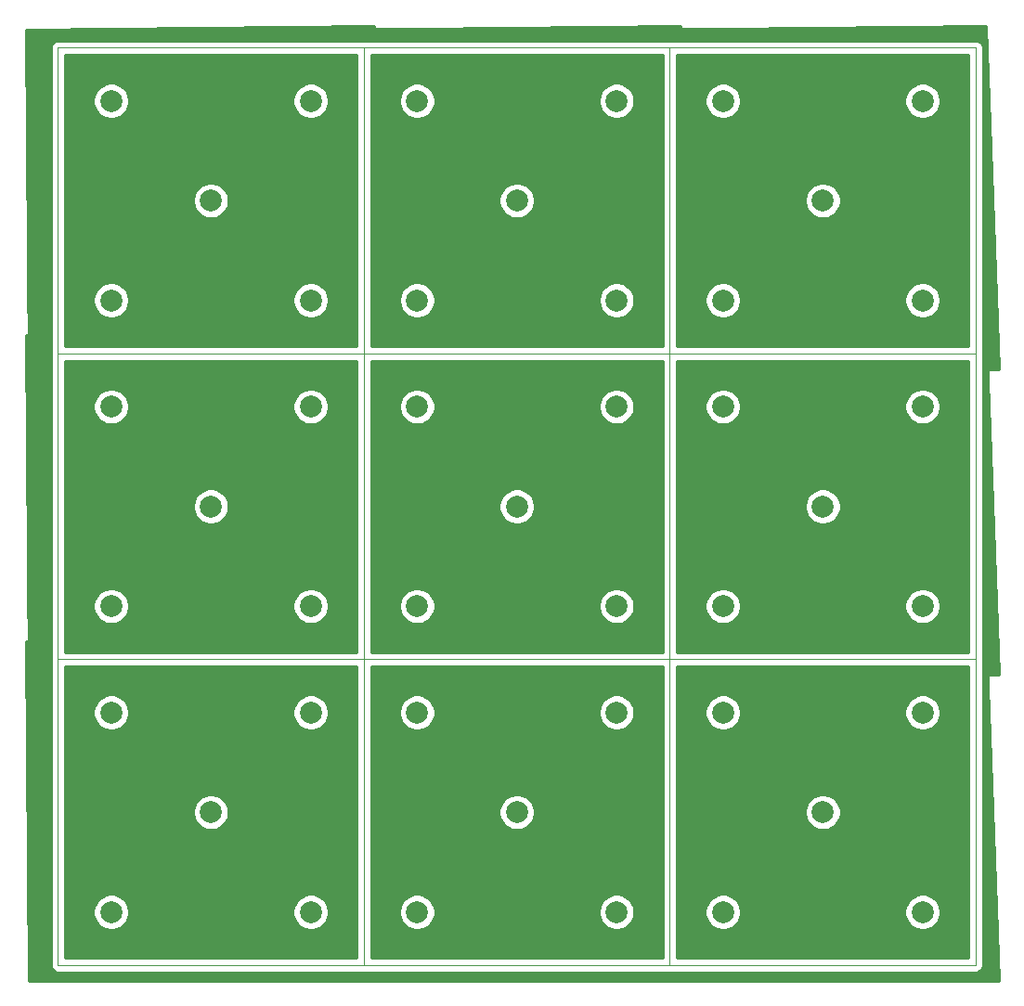
<source format=gbr>
G04 #@! TF.GenerationSoftware,KiCad,Pcbnew,5.1.5+dfsg1-2build2*
G04 #@! TF.CreationDate,2022-03-05T22:13:21-05:00*
G04 #@! TF.ProjectId,,58585858-5858-4585-9858-585858585858,rev?*
G04 #@! TF.SameCoordinates,Original*
G04 #@! TF.FileFunction,Copper,L1,Top*
G04 #@! TF.FilePolarity,Positive*
%FSLAX46Y46*%
G04 Gerber Fmt 4.6, Leading zero omitted, Abs format (unit mm)*
G04 Created by KiCad (PCBNEW 5.1.5+dfsg1-2build2) date 2022-03-05 22:13:21*
%MOMM*%
%LPD*%
G04 APERTURE LIST*
%ADD10C,0.050000*%
%ADD11C,1.998980*%
%ADD12C,0.254000*%
G04 APERTURE END LIST*
D10*
X150427800Y-108121560D02*
X150427800Y-136021560D01*
X122527800Y-108121560D02*
X122527800Y-136021560D01*
X94627800Y-108121560D02*
X94627800Y-136021560D01*
X150427800Y-80221560D02*
X150427800Y-108121560D01*
X122527800Y-80221560D02*
X122527800Y-108121560D01*
X94627800Y-80221560D02*
X94627800Y-108121560D01*
X150427800Y-52321560D02*
X150427800Y-80221560D01*
X122527800Y-52321560D02*
X122527800Y-80221560D01*
X150427800Y-136021560D02*
X178327800Y-136021560D01*
X122527800Y-136021560D02*
X150427800Y-136021560D01*
X94627800Y-136021560D02*
X122527800Y-136021560D01*
X150427800Y-108121560D02*
X178327800Y-108121560D01*
X122527800Y-108121560D02*
X150427800Y-108121560D01*
X94627800Y-108121560D02*
X122527800Y-108121560D01*
X150427800Y-80221560D02*
X178327800Y-80221560D01*
X122527800Y-80221560D02*
X150427800Y-80221560D01*
X178327800Y-108121560D02*
X178327800Y-136021560D01*
X150427800Y-108121560D02*
X150427800Y-136021560D01*
X122527800Y-108121560D02*
X122527800Y-136021560D01*
X178327800Y-80221560D02*
X178327800Y-108121560D01*
X150427800Y-80221560D02*
X150427800Y-108121560D01*
X122527800Y-80221560D02*
X122527800Y-108121560D01*
X178327800Y-52321560D02*
X178327800Y-80221560D01*
X150427800Y-52321560D02*
X150427800Y-80221560D01*
X150427800Y-108121560D02*
X178327800Y-108121560D01*
X122527800Y-108121560D02*
X150427800Y-108121560D01*
X94627800Y-108121560D02*
X122527800Y-108121560D01*
X150427800Y-80221560D02*
X178327800Y-80221560D01*
X122527800Y-80221560D02*
X150427800Y-80221560D01*
X94627800Y-80221560D02*
X122527800Y-80221560D01*
X150427800Y-52321560D02*
X178327800Y-52321560D01*
X122527800Y-52321560D02*
X150427800Y-52321560D01*
X94627800Y-80221560D02*
X122527800Y-80221560D01*
X122527800Y-52321560D02*
X122527800Y-80221560D01*
X94627800Y-52321560D02*
X122527800Y-52321560D01*
X94627800Y-52321560D02*
X94627800Y-80221560D01*
D11*
X164377800Y-122071560D03*
X136477800Y-122071560D03*
X108577800Y-122071560D03*
X164377800Y-94171560D03*
X136477800Y-94171560D03*
X108577800Y-94171560D03*
X164377800Y-66271560D03*
X136477800Y-66271560D03*
X155277800Y-131171560D03*
X127377800Y-131171560D03*
X99477800Y-131171560D03*
X155277800Y-103271560D03*
X127377800Y-103271560D03*
X99477800Y-103271560D03*
X155277800Y-75371560D03*
X127377800Y-75371560D03*
X173477800Y-112971560D03*
X145577800Y-112971560D03*
X117677800Y-112971560D03*
X173477800Y-85071560D03*
X145577800Y-85071560D03*
X117677800Y-85071560D03*
X173477800Y-57171560D03*
X145577800Y-57171560D03*
X173477800Y-131171560D03*
X145577800Y-131171560D03*
X117677800Y-131171560D03*
X173477800Y-103271560D03*
X145577800Y-103271560D03*
X117677800Y-103271560D03*
X173477800Y-75371560D03*
X145577800Y-75371560D03*
X155277800Y-112971560D03*
X127377800Y-112971560D03*
X99477800Y-112971560D03*
X155277800Y-85071560D03*
X127377800Y-85071560D03*
X99477800Y-85071560D03*
X155277800Y-57171560D03*
X127377800Y-57171560D03*
X108577800Y-66271560D03*
X99477800Y-75371560D03*
X117677800Y-75371560D03*
X117677800Y-57171560D03*
X99477800Y-57171560D03*
D12*
G36*
X123513235Y-51661560D02*
G01*
X122560219Y-51661560D01*
X122527800Y-51658367D01*
X122495381Y-51661560D01*
X94660219Y-51661560D01*
X94627800Y-51658367D01*
X94595381Y-51661560D01*
X94498417Y-51671110D01*
X94374007Y-51708850D01*
X94259350Y-51770135D01*
X94158852Y-51852612D01*
X94076375Y-51953110D01*
X94015090Y-52067767D01*
X93977350Y-52192177D01*
X93964607Y-52321560D01*
X93967800Y-52353979D01*
X93967801Y-80189131D01*
X93964607Y-80221560D01*
X93967800Y-80253979D01*
X93967800Y-81640680D01*
X91977329Y-81640680D01*
X91695149Y-50651305D01*
X123463841Y-50308568D01*
X123513235Y-51661560D01*
G37*
X123513235Y-51661560D02*
X122560219Y-51661560D01*
X122527800Y-51658367D01*
X122495381Y-51661560D01*
X94660219Y-51661560D01*
X94627800Y-51658367D01*
X94595381Y-51661560D01*
X94498417Y-51671110D01*
X94374007Y-51708850D01*
X94259350Y-51770135D01*
X94158852Y-51852612D01*
X94076375Y-51953110D01*
X94015090Y-52067767D01*
X93977350Y-52192177D01*
X93964607Y-52321560D01*
X93967800Y-52353979D01*
X93967801Y-80189131D01*
X93964607Y-80221560D01*
X93967800Y-80253979D01*
X93967800Y-81640680D01*
X91977329Y-81640680D01*
X91695149Y-50651305D01*
X123463841Y-50308568D01*
X123513235Y-51661560D01*
G36*
X121867800Y-81640680D02*
G01*
X95287800Y-81640680D01*
X95287800Y-80881560D01*
X121867800Y-80881560D01*
X121867800Y-81640680D01*
G37*
X121867800Y-81640680D02*
X95287800Y-81640680D01*
X95287800Y-80881560D01*
X121867800Y-80881560D01*
X121867800Y-81640680D01*
G36*
X124607679Y-81640680D02*
G01*
X123187800Y-81640680D01*
X123187800Y-80881560D01*
X124579966Y-80881560D01*
X124607679Y-81640680D01*
G37*
X124607679Y-81640680D02*
X123187800Y-81640680D01*
X123187800Y-80881560D01*
X124579966Y-80881560D01*
X124607679Y-81640680D01*
G36*
X124531777Y-79561560D02*
G01*
X123187800Y-79561560D01*
X123187800Y-52981560D01*
X123561424Y-52981560D01*
X124531777Y-79561560D01*
G37*
X124531777Y-79561560D02*
X123187800Y-79561560D01*
X123187800Y-52981560D01*
X123561424Y-52981560D01*
X124531777Y-79561560D01*
G36*
X121867801Y-79561560D02*
G01*
X95287800Y-79561560D01*
X95287800Y-75210577D01*
X97843310Y-75210577D01*
X97843310Y-75532543D01*
X97906122Y-75848323D01*
X98029333Y-76145782D01*
X98208208Y-76413487D01*
X98435873Y-76641152D01*
X98703578Y-76820027D01*
X99001037Y-76943238D01*
X99316817Y-77006050D01*
X99638783Y-77006050D01*
X99954563Y-76943238D01*
X100252022Y-76820027D01*
X100519727Y-76641152D01*
X100747392Y-76413487D01*
X100926267Y-76145782D01*
X101049478Y-75848323D01*
X101112290Y-75532543D01*
X101112290Y-75210577D01*
X116043310Y-75210577D01*
X116043310Y-75532543D01*
X116106122Y-75848323D01*
X116229333Y-76145782D01*
X116408208Y-76413487D01*
X116635873Y-76641152D01*
X116903578Y-76820027D01*
X117201037Y-76943238D01*
X117516817Y-77006050D01*
X117838783Y-77006050D01*
X118154563Y-76943238D01*
X118452022Y-76820027D01*
X118719727Y-76641152D01*
X118947392Y-76413487D01*
X119126267Y-76145782D01*
X119249478Y-75848323D01*
X119312290Y-75532543D01*
X119312290Y-75210577D01*
X119249478Y-74894797D01*
X119126267Y-74597338D01*
X118947392Y-74329633D01*
X118719727Y-74101968D01*
X118452022Y-73923093D01*
X118154563Y-73799882D01*
X117838783Y-73737070D01*
X117516817Y-73737070D01*
X117201037Y-73799882D01*
X116903578Y-73923093D01*
X116635873Y-74101968D01*
X116408208Y-74329633D01*
X116229333Y-74597338D01*
X116106122Y-74894797D01*
X116043310Y-75210577D01*
X101112290Y-75210577D01*
X101049478Y-74894797D01*
X100926267Y-74597338D01*
X100747392Y-74329633D01*
X100519727Y-74101968D01*
X100252022Y-73923093D01*
X99954563Y-73799882D01*
X99638783Y-73737070D01*
X99316817Y-73737070D01*
X99001037Y-73799882D01*
X98703578Y-73923093D01*
X98435873Y-74101968D01*
X98208208Y-74329633D01*
X98029333Y-74597338D01*
X97906122Y-74894797D01*
X97843310Y-75210577D01*
X95287800Y-75210577D01*
X95287800Y-66110577D01*
X106943310Y-66110577D01*
X106943310Y-66432543D01*
X107006122Y-66748323D01*
X107129333Y-67045782D01*
X107308208Y-67313487D01*
X107535873Y-67541152D01*
X107803578Y-67720027D01*
X108101037Y-67843238D01*
X108416817Y-67906050D01*
X108738783Y-67906050D01*
X109054563Y-67843238D01*
X109352022Y-67720027D01*
X109619727Y-67541152D01*
X109847392Y-67313487D01*
X110026267Y-67045782D01*
X110149478Y-66748323D01*
X110212290Y-66432543D01*
X110212290Y-66110577D01*
X110149478Y-65794797D01*
X110026267Y-65497338D01*
X109847392Y-65229633D01*
X109619727Y-65001968D01*
X109352022Y-64823093D01*
X109054563Y-64699882D01*
X108738783Y-64637070D01*
X108416817Y-64637070D01*
X108101037Y-64699882D01*
X107803578Y-64823093D01*
X107535873Y-65001968D01*
X107308208Y-65229633D01*
X107129333Y-65497338D01*
X107006122Y-65794797D01*
X106943310Y-66110577D01*
X95287800Y-66110577D01*
X95287800Y-57010577D01*
X97843310Y-57010577D01*
X97843310Y-57332543D01*
X97906122Y-57648323D01*
X98029333Y-57945782D01*
X98208208Y-58213487D01*
X98435873Y-58441152D01*
X98703578Y-58620027D01*
X99001037Y-58743238D01*
X99316817Y-58806050D01*
X99638783Y-58806050D01*
X99954563Y-58743238D01*
X100252022Y-58620027D01*
X100519727Y-58441152D01*
X100747392Y-58213487D01*
X100926267Y-57945782D01*
X101049478Y-57648323D01*
X101112290Y-57332543D01*
X101112290Y-57010577D01*
X116043310Y-57010577D01*
X116043310Y-57332543D01*
X116106122Y-57648323D01*
X116229333Y-57945782D01*
X116408208Y-58213487D01*
X116635873Y-58441152D01*
X116903578Y-58620027D01*
X117201037Y-58743238D01*
X117516817Y-58806050D01*
X117838783Y-58806050D01*
X118154563Y-58743238D01*
X118452022Y-58620027D01*
X118719727Y-58441152D01*
X118947392Y-58213487D01*
X119126267Y-57945782D01*
X119249478Y-57648323D01*
X119312290Y-57332543D01*
X119312290Y-57010577D01*
X119249478Y-56694797D01*
X119126267Y-56397338D01*
X118947392Y-56129633D01*
X118719727Y-55901968D01*
X118452022Y-55723093D01*
X118154563Y-55599882D01*
X117838783Y-55537070D01*
X117516817Y-55537070D01*
X117201037Y-55599882D01*
X116903578Y-55723093D01*
X116635873Y-55901968D01*
X116408208Y-56129633D01*
X116229333Y-56397338D01*
X116106122Y-56694797D01*
X116043310Y-57010577D01*
X101112290Y-57010577D01*
X101049478Y-56694797D01*
X100926267Y-56397338D01*
X100747392Y-56129633D01*
X100519727Y-55901968D01*
X100252022Y-55723093D01*
X99954563Y-55599882D01*
X99638783Y-55537070D01*
X99316817Y-55537070D01*
X99001037Y-55599882D01*
X98703578Y-55723093D01*
X98435873Y-55901968D01*
X98208208Y-56129633D01*
X98029333Y-56397338D01*
X97906122Y-56694797D01*
X97843310Y-57010577D01*
X95287800Y-57010577D01*
X95287800Y-52981560D01*
X121867800Y-52981560D01*
X121867801Y-79561560D01*
G37*
X121867801Y-79561560D02*
X95287800Y-79561560D01*
X95287800Y-75210577D01*
X97843310Y-75210577D01*
X97843310Y-75532543D01*
X97906122Y-75848323D01*
X98029333Y-76145782D01*
X98208208Y-76413487D01*
X98435873Y-76641152D01*
X98703578Y-76820027D01*
X99001037Y-76943238D01*
X99316817Y-77006050D01*
X99638783Y-77006050D01*
X99954563Y-76943238D01*
X100252022Y-76820027D01*
X100519727Y-76641152D01*
X100747392Y-76413487D01*
X100926267Y-76145782D01*
X101049478Y-75848323D01*
X101112290Y-75532543D01*
X101112290Y-75210577D01*
X116043310Y-75210577D01*
X116043310Y-75532543D01*
X116106122Y-75848323D01*
X116229333Y-76145782D01*
X116408208Y-76413487D01*
X116635873Y-76641152D01*
X116903578Y-76820027D01*
X117201037Y-76943238D01*
X117516817Y-77006050D01*
X117838783Y-77006050D01*
X118154563Y-76943238D01*
X118452022Y-76820027D01*
X118719727Y-76641152D01*
X118947392Y-76413487D01*
X119126267Y-76145782D01*
X119249478Y-75848323D01*
X119312290Y-75532543D01*
X119312290Y-75210577D01*
X119249478Y-74894797D01*
X119126267Y-74597338D01*
X118947392Y-74329633D01*
X118719727Y-74101968D01*
X118452022Y-73923093D01*
X118154563Y-73799882D01*
X117838783Y-73737070D01*
X117516817Y-73737070D01*
X117201037Y-73799882D01*
X116903578Y-73923093D01*
X116635873Y-74101968D01*
X116408208Y-74329633D01*
X116229333Y-74597338D01*
X116106122Y-74894797D01*
X116043310Y-75210577D01*
X101112290Y-75210577D01*
X101049478Y-74894797D01*
X100926267Y-74597338D01*
X100747392Y-74329633D01*
X100519727Y-74101968D01*
X100252022Y-73923093D01*
X99954563Y-73799882D01*
X99638783Y-73737070D01*
X99316817Y-73737070D01*
X99001037Y-73799882D01*
X98703578Y-73923093D01*
X98435873Y-74101968D01*
X98208208Y-74329633D01*
X98029333Y-74597338D01*
X97906122Y-74894797D01*
X97843310Y-75210577D01*
X95287800Y-75210577D01*
X95287800Y-66110577D01*
X106943310Y-66110577D01*
X106943310Y-66432543D01*
X107006122Y-66748323D01*
X107129333Y-67045782D01*
X107308208Y-67313487D01*
X107535873Y-67541152D01*
X107803578Y-67720027D01*
X108101037Y-67843238D01*
X108416817Y-67906050D01*
X108738783Y-67906050D01*
X109054563Y-67843238D01*
X109352022Y-67720027D01*
X109619727Y-67541152D01*
X109847392Y-67313487D01*
X110026267Y-67045782D01*
X110149478Y-66748323D01*
X110212290Y-66432543D01*
X110212290Y-66110577D01*
X110149478Y-65794797D01*
X110026267Y-65497338D01*
X109847392Y-65229633D01*
X109619727Y-65001968D01*
X109352022Y-64823093D01*
X109054563Y-64699882D01*
X108738783Y-64637070D01*
X108416817Y-64637070D01*
X108101037Y-64699882D01*
X107803578Y-64823093D01*
X107535873Y-65001968D01*
X107308208Y-65229633D01*
X107129333Y-65497338D01*
X107006122Y-65794797D01*
X106943310Y-66110577D01*
X95287800Y-66110577D01*
X95287800Y-57010577D01*
X97843310Y-57010577D01*
X97843310Y-57332543D01*
X97906122Y-57648323D01*
X98029333Y-57945782D01*
X98208208Y-58213487D01*
X98435873Y-58441152D01*
X98703578Y-58620027D01*
X99001037Y-58743238D01*
X99316817Y-58806050D01*
X99638783Y-58806050D01*
X99954563Y-58743238D01*
X100252022Y-58620027D01*
X100519727Y-58441152D01*
X100747392Y-58213487D01*
X100926267Y-57945782D01*
X101049478Y-57648323D01*
X101112290Y-57332543D01*
X101112290Y-57010577D01*
X116043310Y-57010577D01*
X116043310Y-57332543D01*
X116106122Y-57648323D01*
X116229333Y-57945782D01*
X116408208Y-58213487D01*
X116635873Y-58441152D01*
X116903578Y-58620027D01*
X117201037Y-58743238D01*
X117516817Y-58806050D01*
X117838783Y-58806050D01*
X118154563Y-58743238D01*
X118452022Y-58620027D01*
X118719727Y-58441152D01*
X118947392Y-58213487D01*
X119126267Y-57945782D01*
X119249478Y-57648323D01*
X119312290Y-57332543D01*
X119312290Y-57010577D01*
X119249478Y-56694797D01*
X119126267Y-56397338D01*
X118947392Y-56129633D01*
X118719727Y-55901968D01*
X118452022Y-55723093D01*
X118154563Y-55599882D01*
X117838783Y-55537070D01*
X117516817Y-55537070D01*
X117201037Y-55599882D01*
X116903578Y-55723093D01*
X116635873Y-55901968D01*
X116408208Y-56129633D01*
X116229333Y-56397338D01*
X116106122Y-56694797D01*
X116043310Y-57010577D01*
X101112290Y-57010577D01*
X101049478Y-56694797D01*
X100926267Y-56397338D01*
X100747392Y-56129633D01*
X100519727Y-55901968D01*
X100252022Y-55723093D01*
X99954563Y-55599882D01*
X99638783Y-55537070D01*
X99316817Y-55537070D01*
X99001037Y-55599882D01*
X98703578Y-55723093D01*
X98435873Y-55901968D01*
X98208208Y-56129633D01*
X98029333Y-56397338D01*
X97906122Y-56694797D01*
X97843310Y-57010577D01*
X95287800Y-57010577D01*
X95287800Y-52981560D01*
X121867800Y-52981560D01*
X121867801Y-79561560D01*
G36*
X121867800Y-81640680D02*
G01*
X119877329Y-81640680D01*
X119870417Y-80881560D01*
X121867800Y-80881560D01*
X121867800Y-81640680D01*
G37*
X121867800Y-81640680D02*
X119877329Y-81640680D01*
X119870417Y-80881560D01*
X121867800Y-80881560D01*
X121867800Y-81640680D01*
G36*
X149767800Y-81640680D02*
G01*
X123187800Y-81640680D01*
X123187800Y-80881560D01*
X149767800Y-80881560D01*
X149767800Y-81640680D01*
G37*
X149767800Y-81640680D02*
X123187800Y-81640680D01*
X123187800Y-80881560D01*
X149767800Y-80881560D01*
X149767800Y-81640680D01*
G36*
X152507679Y-81640680D02*
G01*
X151087800Y-81640680D01*
X151087800Y-80881560D01*
X152479966Y-80881560D01*
X152507679Y-81640680D01*
G37*
X152507679Y-81640680D02*
X151087800Y-81640680D01*
X151087800Y-80881560D01*
X152479966Y-80881560D01*
X152507679Y-81640680D01*
G36*
X152431777Y-79561560D02*
G01*
X151087800Y-79561560D01*
X151087800Y-52981560D01*
X151461424Y-52981560D01*
X152431777Y-79561560D01*
G37*
X152431777Y-79561560D02*
X151087800Y-79561560D01*
X151087800Y-52981560D01*
X151461424Y-52981560D01*
X152431777Y-79561560D01*
G36*
X121867801Y-79561560D02*
G01*
X119858397Y-79561560D01*
X119616368Y-52981560D01*
X121867800Y-52981560D01*
X121867801Y-79561560D01*
G37*
X121867801Y-79561560D02*
X119858397Y-79561560D01*
X119616368Y-52981560D01*
X121867800Y-52981560D01*
X121867801Y-79561560D01*
G36*
X149767801Y-79561560D02*
G01*
X123187800Y-79561560D01*
X123187800Y-75210577D01*
X125743310Y-75210577D01*
X125743310Y-75532543D01*
X125806122Y-75848323D01*
X125929333Y-76145782D01*
X126108208Y-76413487D01*
X126335873Y-76641152D01*
X126603578Y-76820027D01*
X126901037Y-76943238D01*
X127216817Y-77006050D01*
X127538783Y-77006050D01*
X127854563Y-76943238D01*
X128152022Y-76820027D01*
X128419727Y-76641152D01*
X128647392Y-76413487D01*
X128826267Y-76145782D01*
X128949478Y-75848323D01*
X129012290Y-75532543D01*
X129012290Y-75210577D01*
X143943310Y-75210577D01*
X143943310Y-75532543D01*
X144006122Y-75848323D01*
X144129333Y-76145782D01*
X144308208Y-76413487D01*
X144535873Y-76641152D01*
X144803578Y-76820027D01*
X145101037Y-76943238D01*
X145416817Y-77006050D01*
X145738783Y-77006050D01*
X146054563Y-76943238D01*
X146352022Y-76820027D01*
X146619727Y-76641152D01*
X146847392Y-76413487D01*
X147026267Y-76145782D01*
X147149478Y-75848323D01*
X147212290Y-75532543D01*
X147212290Y-75210577D01*
X147149478Y-74894797D01*
X147026267Y-74597338D01*
X146847392Y-74329633D01*
X146619727Y-74101968D01*
X146352022Y-73923093D01*
X146054563Y-73799882D01*
X145738783Y-73737070D01*
X145416817Y-73737070D01*
X145101037Y-73799882D01*
X144803578Y-73923093D01*
X144535873Y-74101968D01*
X144308208Y-74329633D01*
X144129333Y-74597338D01*
X144006122Y-74894797D01*
X143943310Y-75210577D01*
X129012290Y-75210577D01*
X128949478Y-74894797D01*
X128826267Y-74597338D01*
X128647392Y-74329633D01*
X128419727Y-74101968D01*
X128152022Y-73923093D01*
X127854563Y-73799882D01*
X127538783Y-73737070D01*
X127216817Y-73737070D01*
X126901037Y-73799882D01*
X126603578Y-73923093D01*
X126335873Y-74101968D01*
X126108208Y-74329633D01*
X125929333Y-74597338D01*
X125806122Y-74894797D01*
X125743310Y-75210577D01*
X123187800Y-75210577D01*
X123187800Y-66110577D01*
X134843310Y-66110577D01*
X134843310Y-66432543D01*
X134906122Y-66748323D01*
X135029333Y-67045782D01*
X135208208Y-67313487D01*
X135435873Y-67541152D01*
X135703578Y-67720027D01*
X136001037Y-67843238D01*
X136316817Y-67906050D01*
X136638783Y-67906050D01*
X136954563Y-67843238D01*
X137252022Y-67720027D01*
X137519727Y-67541152D01*
X137747392Y-67313487D01*
X137926267Y-67045782D01*
X138049478Y-66748323D01*
X138112290Y-66432543D01*
X138112290Y-66110577D01*
X138049478Y-65794797D01*
X137926267Y-65497338D01*
X137747392Y-65229633D01*
X137519727Y-65001968D01*
X137252022Y-64823093D01*
X136954563Y-64699882D01*
X136638783Y-64637070D01*
X136316817Y-64637070D01*
X136001037Y-64699882D01*
X135703578Y-64823093D01*
X135435873Y-65001968D01*
X135208208Y-65229633D01*
X135029333Y-65497338D01*
X134906122Y-65794797D01*
X134843310Y-66110577D01*
X123187800Y-66110577D01*
X123187800Y-57010577D01*
X125743310Y-57010577D01*
X125743310Y-57332543D01*
X125806122Y-57648323D01*
X125929333Y-57945782D01*
X126108208Y-58213487D01*
X126335873Y-58441152D01*
X126603578Y-58620027D01*
X126901037Y-58743238D01*
X127216817Y-58806050D01*
X127538783Y-58806050D01*
X127854563Y-58743238D01*
X128152022Y-58620027D01*
X128419727Y-58441152D01*
X128647392Y-58213487D01*
X128826267Y-57945782D01*
X128949478Y-57648323D01*
X129012290Y-57332543D01*
X129012290Y-57010577D01*
X143943310Y-57010577D01*
X143943310Y-57332543D01*
X144006122Y-57648323D01*
X144129333Y-57945782D01*
X144308208Y-58213487D01*
X144535873Y-58441152D01*
X144803578Y-58620027D01*
X145101037Y-58743238D01*
X145416817Y-58806050D01*
X145738783Y-58806050D01*
X146054563Y-58743238D01*
X146352022Y-58620027D01*
X146619727Y-58441152D01*
X146847392Y-58213487D01*
X147026267Y-57945782D01*
X147149478Y-57648323D01*
X147212290Y-57332543D01*
X147212290Y-57010577D01*
X147149478Y-56694797D01*
X147026267Y-56397338D01*
X146847392Y-56129633D01*
X146619727Y-55901968D01*
X146352022Y-55723093D01*
X146054563Y-55599882D01*
X145738783Y-55537070D01*
X145416817Y-55537070D01*
X145101037Y-55599882D01*
X144803578Y-55723093D01*
X144535873Y-55901968D01*
X144308208Y-56129633D01*
X144129333Y-56397338D01*
X144006122Y-56694797D01*
X143943310Y-57010577D01*
X129012290Y-57010577D01*
X128949478Y-56694797D01*
X128826267Y-56397338D01*
X128647392Y-56129633D01*
X128419727Y-55901968D01*
X128152022Y-55723093D01*
X127854563Y-55599882D01*
X127538783Y-55537070D01*
X127216817Y-55537070D01*
X126901037Y-55599882D01*
X126603578Y-55723093D01*
X126335873Y-55901968D01*
X126108208Y-56129633D01*
X125929333Y-56397338D01*
X125806122Y-56694797D01*
X125743310Y-57010577D01*
X123187800Y-57010577D01*
X123187800Y-52981560D01*
X149767800Y-52981560D01*
X149767801Y-79561560D01*
G37*
X149767801Y-79561560D02*
X123187800Y-79561560D01*
X123187800Y-75210577D01*
X125743310Y-75210577D01*
X125743310Y-75532543D01*
X125806122Y-75848323D01*
X125929333Y-76145782D01*
X126108208Y-76413487D01*
X126335873Y-76641152D01*
X126603578Y-76820027D01*
X126901037Y-76943238D01*
X127216817Y-77006050D01*
X127538783Y-77006050D01*
X127854563Y-76943238D01*
X128152022Y-76820027D01*
X128419727Y-76641152D01*
X128647392Y-76413487D01*
X128826267Y-76145782D01*
X128949478Y-75848323D01*
X129012290Y-75532543D01*
X129012290Y-75210577D01*
X143943310Y-75210577D01*
X143943310Y-75532543D01*
X144006122Y-75848323D01*
X144129333Y-76145782D01*
X144308208Y-76413487D01*
X144535873Y-76641152D01*
X144803578Y-76820027D01*
X145101037Y-76943238D01*
X145416817Y-77006050D01*
X145738783Y-77006050D01*
X146054563Y-76943238D01*
X146352022Y-76820027D01*
X146619727Y-76641152D01*
X146847392Y-76413487D01*
X147026267Y-76145782D01*
X147149478Y-75848323D01*
X147212290Y-75532543D01*
X147212290Y-75210577D01*
X147149478Y-74894797D01*
X147026267Y-74597338D01*
X146847392Y-74329633D01*
X146619727Y-74101968D01*
X146352022Y-73923093D01*
X146054563Y-73799882D01*
X145738783Y-73737070D01*
X145416817Y-73737070D01*
X145101037Y-73799882D01*
X144803578Y-73923093D01*
X144535873Y-74101968D01*
X144308208Y-74329633D01*
X144129333Y-74597338D01*
X144006122Y-74894797D01*
X143943310Y-75210577D01*
X129012290Y-75210577D01*
X128949478Y-74894797D01*
X128826267Y-74597338D01*
X128647392Y-74329633D01*
X128419727Y-74101968D01*
X128152022Y-73923093D01*
X127854563Y-73799882D01*
X127538783Y-73737070D01*
X127216817Y-73737070D01*
X126901037Y-73799882D01*
X126603578Y-73923093D01*
X126335873Y-74101968D01*
X126108208Y-74329633D01*
X125929333Y-74597338D01*
X125806122Y-74894797D01*
X125743310Y-75210577D01*
X123187800Y-75210577D01*
X123187800Y-66110577D01*
X134843310Y-66110577D01*
X134843310Y-66432543D01*
X134906122Y-66748323D01*
X135029333Y-67045782D01*
X135208208Y-67313487D01*
X135435873Y-67541152D01*
X135703578Y-67720027D01*
X136001037Y-67843238D01*
X136316817Y-67906050D01*
X136638783Y-67906050D01*
X136954563Y-67843238D01*
X137252022Y-67720027D01*
X137519727Y-67541152D01*
X137747392Y-67313487D01*
X137926267Y-67045782D01*
X138049478Y-66748323D01*
X138112290Y-66432543D01*
X138112290Y-66110577D01*
X138049478Y-65794797D01*
X137926267Y-65497338D01*
X137747392Y-65229633D01*
X137519727Y-65001968D01*
X137252022Y-64823093D01*
X136954563Y-64699882D01*
X136638783Y-64637070D01*
X136316817Y-64637070D01*
X136001037Y-64699882D01*
X135703578Y-64823093D01*
X135435873Y-65001968D01*
X135208208Y-65229633D01*
X135029333Y-65497338D01*
X134906122Y-65794797D01*
X134843310Y-66110577D01*
X123187800Y-66110577D01*
X123187800Y-57010577D01*
X125743310Y-57010577D01*
X125743310Y-57332543D01*
X125806122Y-57648323D01*
X125929333Y-57945782D01*
X126108208Y-58213487D01*
X126335873Y-58441152D01*
X126603578Y-58620027D01*
X126901037Y-58743238D01*
X127216817Y-58806050D01*
X127538783Y-58806050D01*
X127854563Y-58743238D01*
X128152022Y-58620027D01*
X128419727Y-58441152D01*
X128647392Y-58213487D01*
X128826267Y-57945782D01*
X128949478Y-57648323D01*
X129012290Y-57332543D01*
X129012290Y-57010577D01*
X143943310Y-57010577D01*
X143943310Y-57332543D01*
X144006122Y-57648323D01*
X144129333Y-57945782D01*
X144308208Y-58213487D01*
X144535873Y-58441152D01*
X144803578Y-58620027D01*
X145101037Y-58743238D01*
X145416817Y-58806050D01*
X145738783Y-58806050D01*
X146054563Y-58743238D01*
X146352022Y-58620027D01*
X146619727Y-58441152D01*
X146847392Y-58213487D01*
X147026267Y-57945782D01*
X147149478Y-57648323D01*
X147212290Y-57332543D01*
X147212290Y-57010577D01*
X147149478Y-56694797D01*
X147026267Y-56397338D01*
X146847392Y-56129633D01*
X146619727Y-55901968D01*
X146352022Y-55723093D01*
X146054563Y-55599882D01*
X145738783Y-55537070D01*
X145416817Y-55537070D01*
X145101037Y-55599882D01*
X144803578Y-55723093D01*
X144535873Y-55901968D01*
X144308208Y-56129633D01*
X144129333Y-56397338D01*
X144006122Y-56694797D01*
X143943310Y-57010577D01*
X129012290Y-57010577D01*
X128949478Y-56694797D01*
X128826267Y-56397338D01*
X128647392Y-56129633D01*
X128419727Y-55901968D01*
X128152022Y-55723093D01*
X127854563Y-55599882D01*
X127538783Y-55537070D01*
X127216817Y-55537070D01*
X126901037Y-55599882D01*
X126603578Y-55723093D01*
X126335873Y-55901968D01*
X126108208Y-56129633D01*
X125929333Y-56397338D01*
X125806122Y-56694797D01*
X125743310Y-57010577D01*
X123187800Y-57010577D01*
X123187800Y-52981560D01*
X149767800Y-52981560D01*
X149767801Y-79561560D01*
G36*
X151413235Y-51661560D02*
G01*
X150460219Y-51661560D01*
X150427800Y-51658367D01*
X150395381Y-51661560D01*
X122560219Y-51661560D01*
X122527800Y-51658367D01*
X122495381Y-51661560D01*
X119604348Y-51661560D01*
X119595149Y-50651305D01*
X151363841Y-50308568D01*
X151413235Y-51661560D01*
G37*
X151413235Y-51661560D02*
X150460219Y-51661560D01*
X150427800Y-51658367D01*
X150395381Y-51661560D01*
X122560219Y-51661560D01*
X122527800Y-51658367D01*
X122495381Y-51661560D01*
X119604348Y-51661560D01*
X119595149Y-50651305D01*
X151363841Y-50308568D01*
X151413235Y-51661560D01*
G36*
X149767800Y-81640680D02*
G01*
X147777329Y-81640680D01*
X147770417Y-80881560D01*
X149767800Y-80881560D01*
X149767800Y-81640680D01*
G37*
X149767800Y-81640680D02*
X147777329Y-81640680D01*
X147770417Y-80881560D01*
X149767800Y-80881560D01*
X149767800Y-81640680D01*
G36*
X177667800Y-81640680D02*
G01*
X151087800Y-81640680D01*
X151087800Y-80881560D01*
X177667800Y-80881560D01*
X177667800Y-81640680D01*
G37*
X177667800Y-81640680D02*
X151087800Y-81640680D01*
X151087800Y-80881560D01*
X177667800Y-80881560D01*
X177667800Y-81640680D01*
G36*
X180407679Y-81640680D02*
G01*
X178987800Y-81640680D01*
X178987800Y-80253979D01*
X178990993Y-80221560D01*
X178987800Y-80189141D01*
X178987800Y-52353979D01*
X178990993Y-52321560D01*
X178978250Y-52192177D01*
X178940510Y-52067767D01*
X178879225Y-51953110D01*
X178796748Y-51852612D01*
X178696250Y-51770135D01*
X178581593Y-51708850D01*
X178457183Y-51671110D01*
X178360219Y-51661560D01*
X178327800Y-51658367D01*
X178295381Y-51661560D01*
X150460219Y-51661560D01*
X150427800Y-51658367D01*
X150395381Y-51661560D01*
X147504348Y-51661560D01*
X147495149Y-50651305D01*
X179263841Y-50308568D01*
X180407679Y-81640680D01*
G37*
X180407679Y-81640680D02*
X178987800Y-81640680D01*
X178987800Y-80253979D01*
X178990993Y-80221560D01*
X178987800Y-80189141D01*
X178987800Y-52353979D01*
X178990993Y-52321560D01*
X178978250Y-52192177D01*
X178940510Y-52067767D01*
X178879225Y-51953110D01*
X178796748Y-51852612D01*
X178696250Y-51770135D01*
X178581593Y-51708850D01*
X178457183Y-51671110D01*
X178360219Y-51661560D01*
X178327800Y-51658367D01*
X178295381Y-51661560D01*
X150460219Y-51661560D01*
X150427800Y-51658367D01*
X150395381Y-51661560D01*
X147504348Y-51661560D01*
X147495149Y-50651305D01*
X179263841Y-50308568D01*
X180407679Y-81640680D01*
G36*
X149767801Y-79561560D02*
G01*
X147758397Y-79561560D01*
X147516368Y-52981560D01*
X149767800Y-52981560D01*
X149767801Y-79561560D01*
G37*
X149767801Y-79561560D02*
X147758397Y-79561560D01*
X147516368Y-52981560D01*
X149767800Y-52981560D01*
X149767801Y-79561560D01*
G36*
X177667801Y-79561560D02*
G01*
X151087800Y-79561560D01*
X151087800Y-75210577D01*
X153643310Y-75210577D01*
X153643310Y-75532543D01*
X153706122Y-75848323D01*
X153829333Y-76145782D01*
X154008208Y-76413487D01*
X154235873Y-76641152D01*
X154503578Y-76820027D01*
X154801037Y-76943238D01*
X155116817Y-77006050D01*
X155438783Y-77006050D01*
X155754563Y-76943238D01*
X156052022Y-76820027D01*
X156319727Y-76641152D01*
X156547392Y-76413487D01*
X156726267Y-76145782D01*
X156849478Y-75848323D01*
X156912290Y-75532543D01*
X156912290Y-75210577D01*
X171843310Y-75210577D01*
X171843310Y-75532543D01*
X171906122Y-75848323D01*
X172029333Y-76145782D01*
X172208208Y-76413487D01*
X172435873Y-76641152D01*
X172703578Y-76820027D01*
X173001037Y-76943238D01*
X173316817Y-77006050D01*
X173638783Y-77006050D01*
X173954563Y-76943238D01*
X174252022Y-76820027D01*
X174519727Y-76641152D01*
X174747392Y-76413487D01*
X174926267Y-76145782D01*
X175049478Y-75848323D01*
X175112290Y-75532543D01*
X175112290Y-75210577D01*
X175049478Y-74894797D01*
X174926267Y-74597338D01*
X174747392Y-74329633D01*
X174519727Y-74101968D01*
X174252022Y-73923093D01*
X173954563Y-73799882D01*
X173638783Y-73737070D01*
X173316817Y-73737070D01*
X173001037Y-73799882D01*
X172703578Y-73923093D01*
X172435873Y-74101968D01*
X172208208Y-74329633D01*
X172029333Y-74597338D01*
X171906122Y-74894797D01*
X171843310Y-75210577D01*
X156912290Y-75210577D01*
X156849478Y-74894797D01*
X156726267Y-74597338D01*
X156547392Y-74329633D01*
X156319727Y-74101968D01*
X156052022Y-73923093D01*
X155754563Y-73799882D01*
X155438783Y-73737070D01*
X155116817Y-73737070D01*
X154801037Y-73799882D01*
X154503578Y-73923093D01*
X154235873Y-74101968D01*
X154008208Y-74329633D01*
X153829333Y-74597338D01*
X153706122Y-74894797D01*
X153643310Y-75210577D01*
X151087800Y-75210577D01*
X151087800Y-66110577D01*
X162743310Y-66110577D01*
X162743310Y-66432543D01*
X162806122Y-66748323D01*
X162929333Y-67045782D01*
X163108208Y-67313487D01*
X163335873Y-67541152D01*
X163603578Y-67720027D01*
X163901037Y-67843238D01*
X164216817Y-67906050D01*
X164538783Y-67906050D01*
X164854563Y-67843238D01*
X165152022Y-67720027D01*
X165419727Y-67541152D01*
X165647392Y-67313487D01*
X165826267Y-67045782D01*
X165949478Y-66748323D01*
X166012290Y-66432543D01*
X166012290Y-66110577D01*
X165949478Y-65794797D01*
X165826267Y-65497338D01*
X165647392Y-65229633D01*
X165419727Y-65001968D01*
X165152022Y-64823093D01*
X164854563Y-64699882D01*
X164538783Y-64637070D01*
X164216817Y-64637070D01*
X163901037Y-64699882D01*
X163603578Y-64823093D01*
X163335873Y-65001968D01*
X163108208Y-65229633D01*
X162929333Y-65497338D01*
X162806122Y-65794797D01*
X162743310Y-66110577D01*
X151087800Y-66110577D01*
X151087800Y-57010577D01*
X153643310Y-57010577D01*
X153643310Y-57332543D01*
X153706122Y-57648323D01*
X153829333Y-57945782D01*
X154008208Y-58213487D01*
X154235873Y-58441152D01*
X154503578Y-58620027D01*
X154801037Y-58743238D01*
X155116817Y-58806050D01*
X155438783Y-58806050D01*
X155754563Y-58743238D01*
X156052022Y-58620027D01*
X156319727Y-58441152D01*
X156547392Y-58213487D01*
X156726267Y-57945782D01*
X156849478Y-57648323D01*
X156912290Y-57332543D01*
X156912290Y-57010577D01*
X171843310Y-57010577D01*
X171843310Y-57332543D01*
X171906122Y-57648323D01*
X172029333Y-57945782D01*
X172208208Y-58213487D01*
X172435873Y-58441152D01*
X172703578Y-58620027D01*
X173001037Y-58743238D01*
X173316817Y-58806050D01*
X173638783Y-58806050D01*
X173954563Y-58743238D01*
X174252022Y-58620027D01*
X174519727Y-58441152D01*
X174747392Y-58213487D01*
X174926267Y-57945782D01*
X175049478Y-57648323D01*
X175112290Y-57332543D01*
X175112290Y-57010577D01*
X175049478Y-56694797D01*
X174926267Y-56397338D01*
X174747392Y-56129633D01*
X174519727Y-55901968D01*
X174252022Y-55723093D01*
X173954563Y-55599882D01*
X173638783Y-55537070D01*
X173316817Y-55537070D01*
X173001037Y-55599882D01*
X172703578Y-55723093D01*
X172435873Y-55901968D01*
X172208208Y-56129633D01*
X172029333Y-56397338D01*
X171906122Y-56694797D01*
X171843310Y-57010577D01*
X156912290Y-57010577D01*
X156849478Y-56694797D01*
X156726267Y-56397338D01*
X156547392Y-56129633D01*
X156319727Y-55901968D01*
X156052022Y-55723093D01*
X155754563Y-55599882D01*
X155438783Y-55537070D01*
X155116817Y-55537070D01*
X154801037Y-55599882D01*
X154503578Y-55723093D01*
X154235873Y-55901968D01*
X154008208Y-56129633D01*
X153829333Y-56397338D01*
X153706122Y-56694797D01*
X153643310Y-57010577D01*
X151087800Y-57010577D01*
X151087800Y-52981560D01*
X177667800Y-52981560D01*
X177667801Y-79561560D01*
G37*
X177667801Y-79561560D02*
X151087800Y-79561560D01*
X151087800Y-75210577D01*
X153643310Y-75210577D01*
X153643310Y-75532543D01*
X153706122Y-75848323D01*
X153829333Y-76145782D01*
X154008208Y-76413487D01*
X154235873Y-76641152D01*
X154503578Y-76820027D01*
X154801037Y-76943238D01*
X155116817Y-77006050D01*
X155438783Y-77006050D01*
X155754563Y-76943238D01*
X156052022Y-76820027D01*
X156319727Y-76641152D01*
X156547392Y-76413487D01*
X156726267Y-76145782D01*
X156849478Y-75848323D01*
X156912290Y-75532543D01*
X156912290Y-75210577D01*
X171843310Y-75210577D01*
X171843310Y-75532543D01*
X171906122Y-75848323D01*
X172029333Y-76145782D01*
X172208208Y-76413487D01*
X172435873Y-76641152D01*
X172703578Y-76820027D01*
X173001037Y-76943238D01*
X173316817Y-77006050D01*
X173638783Y-77006050D01*
X173954563Y-76943238D01*
X174252022Y-76820027D01*
X174519727Y-76641152D01*
X174747392Y-76413487D01*
X174926267Y-76145782D01*
X175049478Y-75848323D01*
X175112290Y-75532543D01*
X175112290Y-75210577D01*
X175049478Y-74894797D01*
X174926267Y-74597338D01*
X174747392Y-74329633D01*
X174519727Y-74101968D01*
X174252022Y-73923093D01*
X173954563Y-73799882D01*
X173638783Y-73737070D01*
X173316817Y-73737070D01*
X173001037Y-73799882D01*
X172703578Y-73923093D01*
X172435873Y-74101968D01*
X172208208Y-74329633D01*
X172029333Y-74597338D01*
X171906122Y-74894797D01*
X171843310Y-75210577D01*
X156912290Y-75210577D01*
X156849478Y-74894797D01*
X156726267Y-74597338D01*
X156547392Y-74329633D01*
X156319727Y-74101968D01*
X156052022Y-73923093D01*
X155754563Y-73799882D01*
X155438783Y-73737070D01*
X155116817Y-73737070D01*
X154801037Y-73799882D01*
X154503578Y-73923093D01*
X154235873Y-74101968D01*
X154008208Y-74329633D01*
X153829333Y-74597338D01*
X153706122Y-74894797D01*
X153643310Y-75210577D01*
X151087800Y-75210577D01*
X151087800Y-66110577D01*
X162743310Y-66110577D01*
X162743310Y-66432543D01*
X162806122Y-66748323D01*
X162929333Y-67045782D01*
X163108208Y-67313487D01*
X163335873Y-67541152D01*
X163603578Y-67720027D01*
X163901037Y-67843238D01*
X164216817Y-67906050D01*
X164538783Y-67906050D01*
X164854563Y-67843238D01*
X165152022Y-67720027D01*
X165419727Y-67541152D01*
X165647392Y-67313487D01*
X165826267Y-67045782D01*
X165949478Y-66748323D01*
X166012290Y-66432543D01*
X166012290Y-66110577D01*
X165949478Y-65794797D01*
X165826267Y-65497338D01*
X165647392Y-65229633D01*
X165419727Y-65001968D01*
X165152022Y-64823093D01*
X164854563Y-64699882D01*
X164538783Y-64637070D01*
X164216817Y-64637070D01*
X163901037Y-64699882D01*
X163603578Y-64823093D01*
X163335873Y-65001968D01*
X163108208Y-65229633D01*
X162929333Y-65497338D01*
X162806122Y-65794797D01*
X162743310Y-66110577D01*
X151087800Y-66110577D01*
X151087800Y-57010577D01*
X153643310Y-57010577D01*
X153643310Y-57332543D01*
X153706122Y-57648323D01*
X153829333Y-57945782D01*
X154008208Y-58213487D01*
X154235873Y-58441152D01*
X154503578Y-58620027D01*
X154801037Y-58743238D01*
X155116817Y-58806050D01*
X155438783Y-58806050D01*
X155754563Y-58743238D01*
X156052022Y-58620027D01*
X156319727Y-58441152D01*
X156547392Y-58213487D01*
X156726267Y-57945782D01*
X156849478Y-57648323D01*
X156912290Y-57332543D01*
X156912290Y-57010577D01*
X171843310Y-57010577D01*
X171843310Y-57332543D01*
X171906122Y-57648323D01*
X172029333Y-57945782D01*
X172208208Y-58213487D01*
X172435873Y-58441152D01*
X172703578Y-58620027D01*
X173001037Y-58743238D01*
X173316817Y-58806050D01*
X173638783Y-58806050D01*
X173954563Y-58743238D01*
X174252022Y-58620027D01*
X174519727Y-58441152D01*
X174747392Y-58213487D01*
X174926267Y-57945782D01*
X175049478Y-57648323D01*
X175112290Y-57332543D01*
X175112290Y-57010577D01*
X175049478Y-56694797D01*
X174926267Y-56397338D01*
X174747392Y-56129633D01*
X174519727Y-55901968D01*
X174252022Y-55723093D01*
X173954563Y-55599882D01*
X173638783Y-55537070D01*
X173316817Y-55537070D01*
X173001037Y-55599882D01*
X172703578Y-55723093D01*
X172435873Y-55901968D01*
X172208208Y-56129633D01*
X172029333Y-56397338D01*
X171906122Y-56694797D01*
X171843310Y-57010577D01*
X156912290Y-57010577D01*
X156849478Y-56694797D01*
X156726267Y-56397338D01*
X156547392Y-56129633D01*
X156319727Y-55901968D01*
X156052022Y-55723093D01*
X155754563Y-55599882D01*
X155438783Y-55537070D01*
X155116817Y-55537070D01*
X154801037Y-55599882D01*
X154503578Y-55723093D01*
X154235873Y-55901968D01*
X154008208Y-56129633D01*
X153829333Y-56397338D01*
X153706122Y-56694797D01*
X153643310Y-57010577D01*
X151087800Y-57010577D01*
X151087800Y-52981560D01*
X177667800Y-52981560D01*
X177667801Y-79561560D01*
G36*
X93967801Y-80189131D02*
G01*
X93964607Y-80221560D01*
X93967800Y-80253979D01*
X93967801Y-108089131D01*
X93964607Y-108121560D01*
X93967800Y-108153979D01*
X93967800Y-109540680D01*
X91977329Y-109540680D01*
X91695149Y-78551305D01*
X93967801Y-78526786D01*
X93967801Y-80189131D01*
G37*
X93967801Y-80189131D02*
X93964607Y-80221560D01*
X93967800Y-80253979D01*
X93967801Y-108089131D01*
X93964607Y-108121560D01*
X93967800Y-108153979D01*
X93967800Y-109540680D01*
X91977329Y-109540680D01*
X91695149Y-78551305D01*
X93967801Y-78526786D01*
X93967801Y-80189131D01*
G36*
X121867800Y-109540680D02*
G01*
X95287800Y-109540680D01*
X95287800Y-108781560D01*
X121867800Y-108781560D01*
X121867800Y-109540680D01*
G37*
X121867800Y-109540680D02*
X95287800Y-109540680D01*
X95287800Y-108781560D01*
X121867800Y-108781560D01*
X121867800Y-109540680D01*
G36*
X124607679Y-109540680D02*
G01*
X123187800Y-109540680D01*
X123187800Y-108781560D01*
X124579966Y-108781560D01*
X124607679Y-109540680D01*
G37*
X124607679Y-109540680D02*
X123187800Y-109540680D01*
X123187800Y-108781560D01*
X124579966Y-108781560D01*
X124607679Y-109540680D01*
G36*
X124531777Y-107461560D02*
G01*
X123187800Y-107461560D01*
X123187800Y-80881560D01*
X123561424Y-80881560D01*
X124531777Y-107461560D01*
G37*
X124531777Y-107461560D02*
X123187800Y-107461560D01*
X123187800Y-80881560D01*
X123561424Y-80881560D01*
X124531777Y-107461560D01*
G36*
X121867801Y-107461560D02*
G01*
X95287800Y-107461560D01*
X95287800Y-103110577D01*
X97843310Y-103110577D01*
X97843310Y-103432543D01*
X97906122Y-103748323D01*
X98029333Y-104045782D01*
X98208208Y-104313487D01*
X98435873Y-104541152D01*
X98703578Y-104720027D01*
X99001037Y-104843238D01*
X99316817Y-104906050D01*
X99638783Y-104906050D01*
X99954563Y-104843238D01*
X100252022Y-104720027D01*
X100519727Y-104541152D01*
X100747392Y-104313487D01*
X100926267Y-104045782D01*
X101049478Y-103748323D01*
X101112290Y-103432543D01*
X101112290Y-103110577D01*
X116043310Y-103110577D01*
X116043310Y-103432543D01*
X116106122Y-103748323D01*
X116229333Y-104045782D01*
X116408208Y-104313487D01*
X116635873Y-104541152D01*
X116903578Y-104720027D01*
X117201037Y-104843238D01*
X117516817Y-104906050D01*
X117838783Y-104906050D01*
X118154563Y-104843238D01*
X118452022Y-104720027D01*
X118719727Y-104541152D01*
X118947392Y-104313487D01*
X119126267Y-104045782D01*
X119249478Y-103748323D01*
X119312290Y-103432543D01*
X119312290Y-103110577D01*
X119249478Y-102794797D01*
X119126267Y-102497338D01*
X118947392Y-102229633D01*
X118719727Y-102001968D01*
X118452022Y-101823093D01*
X118154563Y-101699882D01*
X117838783Y-101637070D01*
X117516817Y-101637070D01*
X117201037Y-101699882D01*
X116903578Y-101823093D01*
X116635873Y-102001968D01*
X116408208Y-102229633D01*
X116229333Y-102497338D01*
X116106122Y-102794797D01*
X116043310Y-103110577D01*
X101112290Y-103110577D01*
X101049478Y-102794797D01*
X100926267Y-102497338D01*
X100747392Y-102229633D01*
X100519727Y-102001968D01*
X100252022Y-101823093D01*
X99954563Y-101699882D01*
X99638783Y-101637070D01*
X99316817Y-101637070D01*
X99001037Y-101699882D01*
X98703578Y-101823093D01*
X98435873Y-102001968D01*
X98208208Y-102229633D01*
X98029333Y-102497338D01*
X97906122Y-102794797D01*
X97843310Y-103110577D01*
X95287800Y-103110577D01*
X95287800Y-94010577D01*
X106943310Y-94010577D01*
X106943310Y-94332543D01*
X107006122Y-94648323D01*
X107129333Y-94945782D01*
X107308208Y-95213487D01*
X107535873Y-95441152D01*
X107803578Y-95620027D01*
X108101037Y-95743238D01*
X108416817Y-95806050D01*
X108738783Y-95806050D01*
X109054563Y-95743238D01*
X109352022Y-95620027D01*
X109619727Y-95441152D01*
X109847392Y-95213487D01*
X110026267Y-94945782D01*
X110149478Y-94648323D01*
X110212290Y-94332543D01*
X110212290Y-94010577D01*
X110149478Y-93694797D01*
X110026267Y-93397338D01*
X109847392Y-93129633D01*
X109619727Y-92901968D01*
X109352022Y-92723093D01*
X109054563Y-92599882D01*
X108738783Y-92537070D01*
X108416817Y-92537070D01*
X108101037Y-92599882D01*
X107803578Y-92723093D01*
X107535873Y-92901968D01*
X107308208Y-93129633D01*
X107129333Y-93397338D01*
X107006122Y-93694797D01*
X106943310Y-94010577D01*
X95287800Y-94010577D01*
X95287800Y-84910577D01*
X97843310Y-84910577D01*
X97843310Y-85232543D01*
X97906122Y-85548323D01*
X98029333Y-85845782D01*
X98208208Y-86113487D01*
X98435873Y-86341152D01*
X98703578Y-86520027D01*
X99001037Y-86643238D01*
X99316817Y-86706050D01*
X99638783Y-86706050D01*
X99954563Y-86643238D01*
X100252022Y-86520027D01*
X100519727Y-86341152D01*
X100747392Y-86113487D01*
X100926267Y-85845782D01*
X101049478Y-85548323D01*
X101112290Y-85232543D01*
X101112290Y-84910577D01*
X116043310Y-84910577D01*
X116043310Y-85232543D01*
X116106122Y-85548323D01*
X116229333Y-85845782D01*
X116408208Y-86113487D01*
X116635873Y-86341152D01*
X116903578Y-86520027D01*
X117201037Y-86643238D01*
X117516817Y-86706050D01*
X117838783Y-86706050D01*
X118154563Y-86643238D01*
X118452022Y-86520027D01*
X118719727Y-86341152D01*
X118947392Y-86113487D01*
X119126267Y-85845782D01*
X119249478Y-85548323D01*
X119312290Y-85232543D01*
X119312290Y-84910577D01*
X119249478Y-84594797D01*
X119126267Y-84297338D01*
X118947392Y-84029633D01*
X118719727Y-83801968D01*
X118452022Y-83623093D01*
X118154563Y-83499882D01*
X117838783Y-83437070D01*
X117516817Y-83437070D01*
X117201037Y-83499882D01*
X116903578Y-83623093D01*
X116635873Y-83801968D01*
X116408208Y-84029633D01*
X116229333Y-84297338D01*
X116106122Y-84594797D01*
X116043310Y-84910577D01*
X101112290Y-84910577D01*
X101049478Y-84594797D01*
X100926267Y-84297338D01*
X100747392Y-84029633D01*
X100519727Y-83801968D01*
X100252022Y-83623093D01*
X99954563Y-83499882D01*
X99638783Y-83437070D01*
X99316817Y-83437070D01*
X99001037Y-83499882D01*
X98703578Y-83623093D01*
X98435873Y-83801968D01*
X98208208Y-84029633D01*
X98029333Y-84297338D01*
X97906122Y-84594797D01*
X97843310Y-84910577D01*
X95287800Y-84910577D01*
X95287800Y-80881560D01*
X121867800Y-80881560D01*
X121867801Y-107461560D01*
G37*
X121867801Y-107461560D02*
X95287800Y-107461560D01*
X95287800Y-103110577D01*
X97843310Y-103110577D01*
X97843310Y-103432543D01*
X97906122Y-103748323D01*
X98029333Y-104045782D01*
X98208208Y-104313487D01*
X98435873Y-104541152D01*
X98703578Y-104720027D01*
X99001037Y-104843238D01*
X99316817Y-104906050D01*
X99638783Y-104906050D01*
X99954563Y-104843238D01*
X100252022Y-104720027D01*
X100519727Y-104541152D01*
X100747392Y-104313487D01*
X100926267Y-104045782D01*
X101049478Y-103748323D01*
X101112290Y-103432543D01*
X101112290Y-103110577D01*
X116043310Y-103110577D01*
X116043310Y-103432543D01*
X116106122Y-103748323D01*
X116229333Y-104045782D01*
X116408208Y-104313487D01*
X116635873Y-104541152D01*
X116903578Y-104720027D01*
X117201037Y-104843238D01*
X117516817Y-104906050D01*
X117838783Y-104906050D01*
X118154563Y-104843238D01*
X118452022Y-104720027D01*
X118719727Y-104541152D01*
X118947392Y-104313487D01*
X119126267Y-104045782D01*
X119249478Y-103748323D01*
X119312290Y-103432543D01*
X119312290Y-103110577D01*
X119249478Y-102794797D01*
X119126267Y-102497338D01*
X118947392Y-102229633D01*
X118719727Y-102001968D01*
X118452022Y-101823093D01*
X118154563Y-101699882D01*
X117838783Y-101637070D01*
X117516817Y-101637070D01*
X117201037Y-101699882D01*
X116903578Y-101823093D01*
X116635873Y-102001968D01*
X116408208Y-102229633D01*
X116229333Y-102497338D01*
X116106122Y-102794797D01*
X116043310Y-103110577D01*
X101112290Y-103110577D01*
X101049478Y-102794797D01*
X100926267Y-102497338D01*
X100747392Y-102229633D01*
X100519727Y-102001968D01*
X100252022Y-101823093D01*
X99954563Y-101699882D01*
X99638783Y-101637070D01*
X99316817Y-101637070D01*
X99001037Y-101699882D01*
X98703578Y-101823093D01*
X98435873Y-102001968D01*
X98208208Y-102229633D01*
X98029333Y-102497338D01*
X97906122Y-102794797D01*
X97843310Y-103110577D01*
X95287800Y-103110577D01*
X95287800Y-94010577D01*
X106943310Y-94010577D01*
X106943310Y-94332543D01*
X107006122Y-94648323D01*
X107129333Y-94945782D01*
X107308208Y-95213487D01*
X107535873Y-95441152D01*
X107803578Y-95620027D01*
X108101037Y-95743238D01*
X108416817Y-95806050D01*
X108738783Y-95806050D01*
X109054563Y-95743238D01*
X109352022Y-95620027D01*
X109619727Y-95441152D01*
X109847392Y-95213487D01*
X110026267Y-94945782D01*
X110149478Y-94648323D01*
X110212290Y-94332543D01*
X110212290Y-94010577D01*
X110149478Y-93694797D01*
X110026267Y-93397338D01*
X109847392Y-93129633D01*
X109619727Y-92901968D01*
X109352022Y-92723093D01*
X109054563Y-92599882D01*
X108738783Y-92537070D01*
X108416817Y-92537070D01*
X108101037Y-92599882D01*
X107803578Y-92723093D01*
X107535873Y-92901968D01*
X107308208Y-93129633D01*
X107129333Y-93397338D01*
X107006122Y-93694797D01*
X106943310Y-94010577D01*
X95287800Y-94010577D01*
X95287800Y-84910577D01*
X97843310Y-84910577D01*
X97843310Y-85232543D01*
X97906122Y-85548323D01*
X98029333Y-85845782D01*
X98208208Y-86113487D01*
X98435873Y-86341152D01*
X98703578Y-86520027D01*
X99001037Y-86643238D01*
X99316817Y-86706050D01*
X99638783Y-86706050D01*
X99954563Y-86643238D01*
X100252022Y-86520027D01*
X100519727Y-86341152D01*
X100747392Y-86113487D01*
X100926267Y-85845782D01*
X101049478Y-85548323D01*
X101112290Y-85232543D01*
X101112290Y-84910577D01*
X116043310Y-84910577D01*
X116043310Y-85232543D01*
X116106122Y-85548323D01*
X116229333Y-85845782D01*
X116408208Y-86113487D01*
X116635873Y-86341152D01*
X116903578Y-86520027D01*
X117201037Y-86643238D01*
X117516817Y-86706050D01*
X117838783Y-86706050D01*
X118154563Y-86643238D01*
X118452022Y-86520027D01*
X118719727Y-86341152D01*
X118947392Y-86113487D01*
X119126267Y-85845782D01*
X119249478Y-85548323D01*
X119312290Y-85232543D01*
X119312290Y-84910577D01*
X119249478Y-84594797D01*
X119126267Y-84297338D01*
X118947392Y-84029633D01*
X118719727Y-83801968D01*
X118452022Y-83623093D01*
X118154563Y-83499882D01*
X117838783Y-83437070D01*
X117516817Y-83437070D01*
X117201037Y-83499882D01*
X116903578Y-83623093D01*
X116635873Y-83801968D01*
X116408208Y-84029633D01*
X116229333Y-84297338D01*
X116106122Y-84594797D01*
X116043310Y-84910577D01*
X101112290Y-84910577D01*
X101049478Y-84594797D01*
X100926267Y-84297338D01*
X100747392Y-84029633D01*
X100519727Y-83801968D01*
X100252022Y-83623093D01*
X99954563Y-83499882D01*
X99638783Y-83437070D01*
X99316817Y-83437070D01*
X99001037Y-83499882D01*
X98703578Y-83623093D01*
X98435873Y-83801968D01*
X98208208Y-84029633D01*
X98029333Y-84297338D01*
X97906122Y-84594797D01*
X97843310Y-84910577D01*
X95287800Y-84910577D01*
X95287800Y-80881560D01*
X121867800Y-80881560D01*
X121867801Y-107461560D01*
G36*
X123513235Y-79561560D02*
G01*
X123187800Y-79561560D01*
X123187800Y-78211546D01*
X123463841Y-78208568D01*
X123513235Y-79561560D01*
G37*
X123513235Y-79561560D02*
X123187800Y-79561560D01*
X123187800Y-78211546D01*
X123463841Y-78208568D01*
X123513235Y-79561560D01*
G36*
X121867801Y-79561560D02*
G01*
X95287800Y-79561560D01*
X95287800Y-78512546D01*
X121867801Y-78225787D01*
X121867801Y-79561560D01*
G37*
X121867801Y-79561560D02*
X95287800Y-79561560D01*
X95287800Y-78512546D01*
X121867801Y-78225787D01*
X121867801Y-79561560D01*
G36*
X121867800Y-109540680D02*
G01*
X119877329Y-109540680D01*
X119870417Y-108781560D01*
X121867800Y-108781560D01*
X121867800Y-109540680D01*
G37*
X121867800Y-109540680D02*
X119877329Y-109540680D01*
X119870417Y-108781560D01*
X121867800Y-108781560D01*
X121867800Y-109540680D01*
G36*
X149767800Y-109540680D02*
G01*
X123187800Y-109540680D01*
X123187800Y-108781560D01*
X149767800Y-108781560D01*
X149767800Y-109540680D01*
G37*
X149767800Y-109540680D02*
X123187800Y-109540680D01*
X123187800Y-108781560D01*
X149767800Y-108781560D01*
X149767800Y-109540680D01*
G36*
X152507679Y-109540680D02*
G01*
X151087800Y-109540680D01*
X151087800Y-108781560D01*
X152479966Y-108781560D01*
X152507679Y-109540680D01*
G37*
X152507679Y-109540680D02*
X151087800Y-109540680D01*
X151087800Y-108781560D01*
X152479966Y-108781560D01*
X152507679Y-109540680D01*
G36*
X152431777Y-107461560D02*
G01*
X151087800Y-107461560D01*
X151087800Y-80881560D01*
X151461424Y-80881560D01*
X152431777Y-107461560D01*
G37*
X152431777Y-107461560D02*
X151087800Y-107461560D01*
X151087800Y-80881560D01*
X151461424Y-80881560D01*
X152431777Y-107461560D01*
G36*
X121867801Y-107461560D02*
G01*
X119858397Y-107461560D01*
X119616368Y-80881560D01*
X121867800Y-80881560D01*
X121867801Y-107461560D01*
G37*
X121867801Y-107461560D02*
X119858397Y-107461560D01*
X119616368Y-80881560D01*
X121867800Y-80881560D01*
X121867801Y-107461560D01*
G36*
X149767801Y-107461560D02*
G01*
X123187800Y-107461560D01*
X123187800Y-103110577D01*
X125743310Y-103110577D01*
X125743310Y-103432543D01*
X125806122Y-103748323D01*
X125929333Y-104045782D01*
X126108208Y-104313487D01*
X126335873Y-104541152D01*
X126603578Y-104720027D01*
X126901037Y-104843238D01*
X127216817Y-104906050D01*
X127538783Y-104906050D01*
X127854563Y-104843238D01*
X128152022Y-104720027D01*
X128419727Y-104541152D01*
X128647392Y-104313487D01*
X128826267Y-104045782D01*
X128949478Y-103748323D01*
X129012290Y-103432543D01*
X129012290Y-103110577D01*
X143943310Y-103110577D01*
X143943310Y-103432543D01*
X144006122Y-103748323D01*
X144129333Y-104045782D01*
X144308208Y-104313487D01*
X144535873Y-104541152D01*
X144803578Y-104720027D01*
X145101037Y-104843238D01*
X145416817Y-104906050D01*
X145738783Y-104906050D01*
X146054563Y-104843238D01*
X146352022Y-104720027D01*
X146619727Y-104541152D01*
X146847392Y-104313487D01*
X147026267Y-104045782D01*
X147149478Y-103748323D01*
X147212290Y-103432543D01*
X147212290Y-103110577D01*
X147149478Y-102794797D01*
X147026267Y-102497338D01*
X146847392Y-102229633D01*
X146619727Y-102001968D01*
X146352022Y-101823093D01*
X146054563Y-101699882D01*
X145738783Y-101637070D01*
X145416817Y-101637070D01*
X145101037Y-101699882D01*
X144803578Y-101823093D01*
X144535873Y-102001968D01*
X144308208Y-102229633D01*
X144129333Y-102497338D01*
X144006122Y-102794797D01*
X143943310Y-103110577D01*
X129012290Y-103110577D01*
X128949478Y-102794797D01*
X128826267Y-102497338D01*
X128647392Y-102229633D01*
X128419727Y-102001968D01*
X128152022Y-101823093D01*
X127854563Y-101699882D01*
X127538783Y-101637070D01*
X127216817Y-101637070D01*
X126901037Y-101699882D01*
X126603578Y-101823093D01*
X126335873Y-102001968D01*
X126108208Y-102229633D01*
X125929333Y-102497338D01*
X125806122Y-102794797D01*
X125743310Y-103110577D01*
X123187800Y-103110577D01*
X123187800Y-94010577D01*
X134843310Y-94010577D01*
X134843310Y-94332543D01*
X134906122Y-94648323D01*
X135029333Y-94945782D01*
X135208208Y-95213487D01*
X135435873Y-95441152D01*
X135703578Y-95620027D01*
X136001037Y-95743238D01*
X136316817Y-95806050D01*
X136638783Y-95806050D01*
X136954563Y-95743238D01*
X137252022Y-95620027D01*
X137519727Y-95441152D01*
X137747392Y-95213487D01*
X137926267Y-94945782D01*
X138049478Y-94648323D01*
X138112290Y-94332543D01*
X138112290Y-94010577D01*
X138049478Y-93694797D01*
X137926267Y-93397338D01*
X137747392Y-93129633D01*
X137519727Y-92901968D01*
X137252022Y-92723093D01*
X136954563Y-92599882D01*
X136638783Y-92537070D01*
X136316817Y-92537070D01*
X136001037Y-92599882D01*
X135703578Y-92723093D01*
X135435873Y-92901968D01*
X135208208Y-93129633D01*
X135029333Y-93397338D01*
X134906122Y-93694797D01*
X134843310Y-94010577D01*
X123187800Y-94010577D01*
X123187800Y-84910577D01*
X125743310Y-84910577D01*
X125743310Y-85232543D01*
X125806122Y-85548323D01*
X125929333Y-85845782D01*
X126108208Y-86113487D01*
X126335873Y-86341152D01*
X126603578Y-86520027D01*
X126901037Y-86643238D01*
X127216817Y-86706050D01*
X127538783Y-86706050D01*
X127854563Y-86643238D01*
X128152022Y-86520027D01*
X128419727Y-86341152D01*
X128647392Y-86113487D01*
X128826267Y-85845782D01*
X128949478Y-85548323D01*
X129012290Y-85232543D01*
X129012290Y-84910577D01*
X143943310Y-84910577D01*
X143943310Y-85232543D01*
X144006122Y-85548323D01*
X144129333Y-85845782D01*
X144308208Y-86113487D01*
X144535873Y-86341152D01*
X144803578Y-86520027D01*
X145101037Y-86643238D01*
X145416817Y-86706050D01*
X145738783Y-86706050D01*
X146054563Y-86643238D01*
X146352022Y-86520027D01*
X146619727Y-86341152D01*
X146847392Y-86113487D01*
X147026267Y-85845782D01*
X147149478Y-85548323D01*
X147212290Y-85232543D01*
X147212290Y-84910577D01*
X147149478Y-84594797D01*
X147026267Y-84297338D01*
X146847392Y-84029633D01*
X146619727Y-83801968D01*
X146352022Y-83623093D01*
X146054563Y-83499882D01*
X145738783Y-83437070D01*
X145416817Y-83437070D01*
X145101037Y-83499882D01*
X144803578Y-83623093D01*
X144535873Y-83801968D01*
X144308208Y-84029633D01*
X144129333Y-84297338D01*
X144006122Y-84594797D01*
X143943310Y-84910577D01*
X129012290Y-84910577D01*
X128949478Y-84594797D01*
X128826267Y-84297338D01*
X128647392Y-84029633D01*
X128419727Y-83801968D01*
X128152022Y-83623093D01*
X127854563Y-83499882D01*
X127538783Y-83437070D01*
X127216817Y-83437070D01*
X126901037Y-83499882D01*
X126603578Y-83623093D01*
X126335873Y-83801968D01*
X126108208Y-84029633D01*
X125929333Y-84297338D01*
X125806122Y-84594797D01*
X125743310Y-84910577D01*
X123187800Y-84910577D01*
X123187800Y-80881560D01*
X149767800Y-80881560D01*
X149767801Y-107461560D01*
G37*
X149767801Y-107461560D02*
X123187800Y-107461560D01*
X123187800Y-103110577D01*
X125743310Y-103110577D01*
X125743310Y-103432543D01*
X125806122Y-103748323D01*
X125929333Y-104045782D01*
X126108208Y-104313487D01*
X126335873Y-104541152D01*
X126603578Y-104720027D01*
X126901037Y-104843238D01*
X127216817Y-104906050D01*
X127538783Y-104906050D01*
X127854563Y-104843238D01*
X128152022Y-104720027D01*
X128419727Y-104541152D01*
X128647392Y-104313487D01*
X128826267Y-104045782D01*
X128949478Y-103748323D01*
X129012290Y-103432543D01*
X129012290Y-103110577D01*
X143943310Y-103110577D01*
X143943310Y-103432543D01*
X144006122Y-103748323D01*
X144129333Y-104045782D01*
X144308208Y-104313487D01*
X144535873Y-104541152D01*
X144803578Y-104720027D01*
X145101037Y-104843238D01*
X145416817Y-104906050D01*
X145738783Y-104906050D01*
X146054563Y-104843238D01*
X146352022Y-104720027D01*
X146619727Y-104541152D01*
X146847392Y-104313487D01*
X147026267Y-104045782D01*
X147149478Y-103748323D01*
X147212290Y-103432543D01*
X147212290Y-103110577D01*
X147149478Y-102794797D01*
X147026267Y-102497338D01*
X146847392Y-102229633D01*
X146619727Y-102001968D01*
X146352022Y-101823093D01*
X146054563Y-101699882D01*
X145738783Y-101637070D01*
X145416817Y-101637070D01*
X145101037Y-101699882D01*
X144803578Y-101823093D01*
X144535873Y-102001968D01*
X144308208Y-102229633D01*
X144129333Y-102497338D01*
X144006122Y-102794797D01*
X143943310Y-103110577D01*
X129012290Y-103110577D01*
X128949478Y-102794797D01*
X128826267Y-102497338D01*
X128647392Y-102229633D01*
X128419727Y-102001968D01*
X128152022Y-101823093D01*
X127854563Y-101699882D01*
X127538783Y-101637070D01*
X127216817Y-101637070D01*
X126901037Y-101699882D01*
X126603578Y-101823093D01*
X126335873Y-102001968D01*
X126108208Y-102229633D01*
X125929333Y-102497338D01*
X125806122Y-102794797D01*
X125743310Y-103110577D01*
X123187800Y-103110577D01*
X123187800Y-94010577D01*
X134843310Y-94010577D01*
X134843310Y-94332543D01*
X134906122Y-94648323D01*
X135029333Y-94945782D01*
X135208208Y-95213487D01*
X135435873Y-95441152D01*
X135703578Y-95620027D01*
X136001037Y-95743238D01*
X136316817Y-95806050D01*
X136638783Y-95806050D01*
X136954563Y-95743238D01*
X137252022Y-95620027D01*
X137519727Y-95441152D01*
X137747392Y-95213487D01*
X137926267Y-94945782D01*
X138049478Y-94648323D01*
X138112290Y-94332543D01*
X138112290Y-94010577D01*
X138049478Y-93694797D01*
X137926267Y-93397338D01*
X137747392Y-93129633D01*
X137519727Y-92901968D01*
X137252022Y-92723093D01*
X136954563Y-92599882D01*
X136638783Y-92537070D01*
X136316817Y-92537070D01*
X136001037Y-92599882D01*
X135703578Y-92723093D01*
X135435873Y-92901968D01*
X135208208Y-93129633D01*
X135029333Y-93397338D01*
X134906122Y-93694797D01*
X134843310Y-94010577D01*
X123187800Y-94010577D01*
X123187800Y-84910577D01*
X125743310Y-84910577D01*
X125743310Y-85232543D01*
X125806122Y-85548323D01*
X125929333Y-85845782D01*
X126108208Y-86113487D01*
X126335873Y-86341152D01*
X126603578Y-86520027D01*
X126901037Y-86643238D01*
X127216817Y-86706050D01*
X127538783Y-86706050D01*
X127854563Y-86643238D01*
X128152022Y-86520027D01*
X128419727Y-86341152D01*
X128647392Y-86113487D01*
X128826267Y-85845782D01*
X128949478Y-85548323D01*
X129012290Y-85232543D01*
X129012290Y-84910577D01*
X143943310Y-84910577D01*
X143943310Y-85232543D01*
X144006122Y-85548323D01*
X144129333Y-85845782D01*
X144308208Y-86113487D01*
X144535873Y-86341152D01*
X144803578Y-86520027D01*
X145101037Y-86643238D01*
X145416817Y-86706050D01*
X145738783Y-86706050D01*
X146054563Y-86643238D01*
X146352022Y-86520027D01*
X146619727Y-86341152D01*
X146847392Y-86113487D01*
X147026267Y-85845782D01*
X147149478Y-85548323D01*
X147212290Y-85232543D01*
X147212290Y-84910577D01*
X147149478Y-84594797D01*
X147026267Y-84297338D01*
X146847392Y-84029633D01*
X146619727Y-83801968D01*
X146352022Y-83623093D01*
X146054563Y-83499882D01*
X145738783Y-83437070D01*
X145416817Y-83437070D01*
X145101037Y-83499882D01*
X144803578Y-83623093D01*
X144535873Y-83801968D01*
X144308208Y-84029633D01*
X144129333Y-84297338D01*
X144006122Y-84594797D01*
X143943310Y-84910577D01*
X129012290Y-84910577D01*
X128949478Y-84594797D01*
X128826267Y-84297338D01*
X128647392Y-84029633D01*
X128419727Y-83801968D01*
X128152022Y-83623093D01*
X127854563Y-83499882D01*
X127538783Y-83437070D01*
X127216817Y-83437070D01*
X126901037Y-83499882D01*
X126603578Y-83623093D01*
X126335873Y-83801968D01*
X126108208Y-84029633D01*
X125929333Y-84297338D01*
X125806122Y-84594797D01*
X125743310Y-84910577D01*
X123187800Y-84910577D01*
X123187800Y-80881560D01*
X149767800Y-80881560D01*
X149767801Y-107461560D01*
G36*
X151413235Y-79561560D02*
G01*
X151087800Y-79561560D01*
X151087800Y-78211546D01*
X151363841Y-78208568D01*
X151413235Y-79561560D01*
G37*
X151413235Y-79561560D02*
X151087800Y-79561560D01*
X151087800Y-78211546D01*
X151363841Y-78208568D01*
X151413235Y-79561560D01*
G36*
X121867801Y-79561560D02*
G01*
X119604348Y-79561560D01*
X119595149Y-78551305D01*
X121867801Y-78526786D01*
X121867801Y-79561560D01*
G37*
X121867801Y-79561560D02*
X119604348Y-79561560D01*
X119595149Y-78551305D01*
X121867801Y-78526786D01*
X121867801Y-79561560D01*
G36*
X149767801Y-79561560D02*
G01*
X123187800Y-79561560D01*
X123187800Y-78512546D01*
X149767801Y-78225787D01*
X149767801Y-79561560D01*
G37*
X149767801Y-79561560D02*
X123187800Y-79561560D01*
X123187800Y-78512546D01*
X149767801Y-78225787D01*
X149767801Y-79561560D01*
G36*
X149767800Y-109540680D02*
G01*
X147777329Y-109540680D01*
X147770417Y-108781560D01*
X149767800Y-108781560D01*
X149767800Y-109540680D01*
G37*
X149767800Y-109540680D02*
X147777329Y-109540680D01*
X147770417Y-108781560D01*
X149767800Y-108781560D01*
X149767800Y-109540680D01*
G36*
X177667800Y-109540680D02*
G01*
X151087800Y-109540680D01*
X151087800Y-108781560D01*
X177667800Y-108781560D01*
X177667800Y-109540680D01*
G37*
X177667800Y-109540680D02*
X151087800Y-109540680D01*
X151087800Y-108781560D01*
X177667800Y-108781560D01*
X177667800Y-109540680D01*
G36*
X180407679Y-109540680D02*
G01*
X178987800Y-109540680D01*
X178987800Y-108153979D01*
X178990993Y-108121560D01*
X178987800Y-108089141D01*
X178987800Y-80253979D01*
X178990993Y-80221560D01*
X178987800Y-80189141D01*
X178987800Y-78211546D01*
X179263841Y-78208568D01*
X180407679Y-109540680D01*
G37*
X180407679Y-109540680D02*
X178987800Y-109540680D01*
X178987800Y-108153979D01*
X178990993Y-108121560D01*
X178987800Y-108089141D01*
X178987800Y-80253979D01*
X178990993Y-80221560D01*
X178987800Y-80189141D01*
X178987800Y-78211546D01*
X179263841Y-78208568D01*
X180407679Y-109540680D01*
G36*
X149767801Y-107461560D02*
G01*
X147758397Y-107461560D01*
X147516368Y-80881560D01*
X149767800Y-80881560D01*
X149767801Y-107461560D01*
G37*
X149767801Y-107461560D02*
X147758397Y-107461560D01*
X147516368Y-80881560D01*
X149767800Y-80881560D01*
X149767801Y-107461560D01*
G36*
X177667801Y-107461560D02*
G01*
X151087800Y-107461560D01*
X151087800Y-103110577D01*
X153643310Y-103110577D01*
X153643310Y-103432543D01*
X153706122Y-103748323D01*
X153829333Y-104045782D01*
X154008208Y-104313487D01*
X154235873Y-104541152D01*
X154503578Y-104720027D01*
X154801037Y-104843238D01*
X155116817Y-104906050D01*
X155438783Y-104906050D01*
X155754563Y-104843238D01*
X156052022Y-104720027D01*
X156319727Y-104541152D01*
X156547392Y-104313487D01*
X156726267Y-104045782D01*
X156849478Y-103748323D01*
X156912290Y-103432543D01*
X156912290Y-103110577D01*
X171843310Y-103110577D01*
X171843310Y-103432543D01*
X171906122Y-103748323D01*
X172029333Y-104045782D01*
X172208208Y-104313487D01*
X172435873Y-104541152D01*
X172703578Y-104720027D01*
X173001037Y-104843238D01*
X173316817Y-104906050D01*
X173638783Y-104906050D01*
X173954563Y-104843238D01*
X174252022Y-104720027D01*
X174519727Y-104541152D01*
X174747392Y-104313487D01*
X174926267Y-104045782D01*
X175049478Y-103748323D01*
X175112290Y-103432543D01*
X175112290Y-103110577D01*
X175049478Y-102794797D01*
X174926267Y-102497338D01*
X174747392Y-102229633D01*
X174519727Y-102001968D01*
X174252022Y-101823093D01*
X173954563Y-101699882D01*
X173638783Y-101637070D01*
X173316817Y-101637070D01*
X173001037Y-101699882D01*
X172703578Y-101823093D01*
X172435873Y-102001968D01*
X172208208Y-102229633D01*
X172029333Y-102497338D01*
X171906122Y-102794797D01*
X171843310Y-103110577D01*
X156912290Y-103110577D01*
X156849478Y-102794797D01*
X156726267Y-102497338D01*
X156547392Y-102229633D01*
X156319727Y-102001968D01*
X156052022Y-101823093D01*
X155754563Y-101699882D01*
X155438783Y-101637070D01*
X155116817Y-101637070D01*
X154801037Y-101699882D01*
X154503578Y-101823093D01*
X154235873Y-102001968D01*
X154008208Y-102229633D01*
X153829333Y-102497338D01*
X153706122Y-102794797D01*
X153643310Y-103110577D01*
X151087800Y-103110577D01*
X151087800Y-94010577D01*
X162743310Y-94010577D01*
X162743310Y-94332543D01*
X162806122Y-94648323D01*
X162929333Y-94945782D01*
X163108208Y-95213487D01*
X163335873Y-95441152D01*
X163603578Y-95620027D01*
X163901037Y-95743238D01*
X164216817Y-95806050D01*
X164538783Y-95806050D01*
X164854563Y-95743238D01*
X165152022Y-95620027D01*
X165419727Y-95441152D01*
X165647392Y-95213487D01*
X165826267Y-94945782D01*
X165949478Y-94648323D01*
X166012290Y-94332543D01*
X166012290Y-94010577D01*
X165949478Y-93694797D01*
X165826267Y-93397338D01*
X165647392Y-93129633D01*
X165419727Y-92901968D01*
X165152022Y-92723093D01*
X164854563Y-92599882D01*
X164538783Y-92537070D01*
X164216817Y-92537070D01*
X163901037Y-92599882D01*
X163603578Y-92723093D01*
X163335873Y-92901968D01*
X163108208Y-93129633D01*
X162929333Y-93397338D01*
X162806122Y-93694797D01*
X162743310Y-94010577D01*
X151087800Y-94010577D01*
X151087800Y-84910577D01*
X153643310Y-84910577D01*
X153643310Y-85232543D01*
X153706122Y-85548323D01*
X153829333Y-85845782D01*
X154008208Y-86113487D01*
X154235873Y-86341152D01*
X154503578Y-86520027D01*
X154801037Y-86643238D01*
X155116817Y-86706050D01*
X155438783Y-86706050D01*
X155754563Y-86643238D01*
X156052022Y-86520027D01*
X156319727Y-86341152D01*
X156547392Y-86113487D01*
X156726267Y-85845782D01*
X156849478Y-85548323D01*
X156912290Y-85232543D01*
X156912290Y-84910577D01*
X171843310Y-84910577D01*
X171843310Y-85232543D01*
X171906122Y-85548323D01*
X172029333Y-85845782D01*
X172208208Y-86113487D01*
X172435873Y-86341152D01*
X172703578Y-86520027D01*
X173001037Y-86643238D01*
X173316817Y-86706050D01*
X173638783Y-86706050D01*
X173954563Y-86643238D01*
X174252022Y-86520027D01*
X174519727Y-86341152D01*
X174747392Y-86113487D01*
X174926267Y-85845782D01*
X175049478Y-85548323D01*
X175112290Y-85232543D01*
X175112290Y-84910577D01*
X175049478Y-84594797D01*
X174926267Y-84297338D01*
X174747392Y-84029633D01*
X174519727Y-83801968D01*
X174252022Y-83623093D01*
X173954563Y-83499882D01*
X173638783Y-83437070D01*
X173316817Y-83437070D01*
X173001037Y-83499882D01*
X172703578Y-83623093D01*
X172435873Y-83801968D01*
X172208208Y-84029633D01*
X172029333Y-84297338D01*
X171906122Y-84594797D01*
X171843310Y-84910577D01*
X156912290Y-84910577D01*
X156849478Y-84594797D01*
X156726267Y-84297338D01*
X156547392Y-84029633D01*
X156319727Y-83801968D01*
X156052022Y-83623093D01*
X155754563Y-83499882D01*
X155438783Y-83437070D01*
X155116817Y-83437070D01*
X154801037Y-83499882D01*
X154503578Y-83623093D01*
X154235873Y-83801968D01*
X154008208Y-84029633D01*
X153829333Y-84297338D01*
X153706122Y-84594797D01*
X153643310Y-84910577D01*
X151087800Y-84910577D01*
X151087800Y-80881560D01*
X177667800Y-80881560D01*
X177667801Y-107461560D01*
G37*
X177667801Y-107461560D02*
X151087800Y-107461560D01*
X151087800Y-103110577D01*
X153643310Y-103110577D01*
X153643310Y-103432543D01*
X153706122Y-103748323D01*
X153829333Y-104045782D01*
X154008208Y-104313487D01*
X154235873Y-104541152D01*
X154503578Y-104720027D01*
X154801037Y-104843238D01*
X155116817Y-104906050D01*
X155438783Y-104906050D01*
X155754563Y-104843238D01*
X156052022Y-104720027D01*
X156319727Y-104541152D01*
X156547392Y-104313487D01*
X156726267Y-104045782D01*
X156849478Y-103748323D01*
X156912290Y-103432543D01*
X156912290Y-103110577D01*
X171843310Y-103110577D01*
X171843310Y-103432543D01*
X171906122Y-103748323D01*
X172029333Y-104045782D01*
X172208208Y-104313487D01*
X172435873Y-104541152D01*
X172703578Y-104720027D01*
X173001037Y-104843238D01*
X173316817Y-104906050D01*
X173638783Y-104906050D01*
X173954563Y-104843238D01*
X174252022Y-104720027D01*
X174519727Y-104541152D01*
X174747392Y-104313487D01*
X174926267Y-104045782D01*
X175049478Y-103748323D01*
X175112290Y-103432543D01*
X175112290Y-103110577D01*
X175049478Y-102794797D01*
X174926267Y-102497338D01*
X174747392Y-102229633D01*
X174519727Y-102001968D01*
X174252022Y-101823093D01*
X173954563Y-101699882D01*
X173638783Y-101637070D01*
X173316817Y-101637070D01*
X173001037Y-101699882D01*
X172703578Y-101823093D01*
X172435873Y-102001968D01*
X172208208Y-102229633D01*
X172029333Y-102497338D01*
X171906122Y-102794797D01*
X171843310Y-103110577D01*
X156912290Y-103110577D01*
X156849478Y-102794797D01*
X156726267Y-102497338D01*
X156547392Y-102229633D01*
X156319727Y-102001968D01*
X156052022Y-101823093D01*
X155754563Y-101699882D01*
X155438783Y-101637070D01*
X155116817Y-101637070D01*
X154801037Y-101699882D01*
X154503578Y-101823093D01*
X154235873Y-102001968D01*
X154008208Y-102229633D01*
X153829333Y-102497338D01*
X153706122Y-102794797D01*
X153643310Y-103110577D01*
X151087800Y-103110577D01*
X151087800Y-94010577D01*
X162743310Y-94010577D01*
X162743310Y-94332543D01*
X162806122Y-94648323D01*
X162929333Y-94945782D01*
X163108208Y-95213487D01*
X163335873Y-95441152D01*
X163603578Y-95620027D01*
X163901037Y-95743238D01*
X164216817Y-95806050D01*
X164538783Y-95806050D01*
X164854563Y-95743238D01*
X165152022Y-95620027D01*
X165419727Y-95441152D01*
X165647392Y-95213487D01*
X165826267Y-94945782D01*
X165949478Y-94648323D01*
X166012290Y-94332543D01*
X166012290Y-94010577D01*
X165949478Y-93694797D01*
X165826267Y-93397338D01*
X165647392Y-93129633D01*
X165419727Y-92901968D01*
X165152022Y-92723093D01*
X164854563Y-92599882D01*
X164538783Y-92537070D01*
X164216817Y-92537070D01*
X163901037Y-92599882D01*
X163603578Y-92723093D01*
X163335873Y-92901968D01*
X163108208Y-93129633D01*
X162929333Y-93397338D01*
X162806122Y-93694797D01*
X162743310Y-94010577D01*
X151087800Y-94010577D01*
X151087800Y-84910577D01*
X153643310Y-84910577D01*
X153643310Y-85232543D01*
X153706122Y-85548323D01*
X153829333Y-85845782D01*
X154008208Y-86113487D01*
X154235873Y-86341152D01*
X154503578Y-86520027D01*
X154801037Y-86643238D01*
X155116817Y-86706050D01*
X155438783Y-86706050D01*
X155754563Y-86643238D01*
X156052022Y-86520027D01*
X156319727Y-86341152D01*
X156547392Y-86113487D01*
X156726267Y-85845782D01*
X156849478Y-85548323D01*
X156912290Y-85232543D01*
X156912290Y-84910577D01*
X171843310Y-84910577D01*
X171843310Y-85232543D01*
X171906122Y-85548323D01*
X172029333Y-85845782D01*
X172208208Y-86113487D01*
X172435873Y-86341152D01*
X172703578Y-86520027D01*
X173001037Y-86643238D01*
X173316817Y-86706050D01*
X173638783Y-86706050D01*
X173954563Y-86643238D01*
X174252022Y-86520027D01*
X174519727Y-86341152D01*
X174747392Y-86113487D01*
X174926267Y-85845782D01*
X175049478Y-85548323D01*
X175112290Y-85232543D01*
X175112290Y-84910577D01*
X175049478Y-84594797D01*
X174926267Y-84297338D01*
X174747392Y-84029633D01*
X174519727Y-83801968D01*
X174252022Y-83623093D01*
X173954563Y-83499882D01*
X173638783Y-83437070D01*
X173316817Y-83437070D01*
X173001037Y-83499882D01*
X172703578Y-83623093D01*
X172435873Y-83801968D01*
X172208208Y-84029633D01*
X172029333Y-84297338D01*
X171906122Y-84594797D01*
X171843310Y-84910577D01*
X156912290Y-84910577D01*
X156849478Y-84594797D01*
X156726267Y-84297338D01*
X156547392Y-84029633D01*
X156319727Y-83801968D01*
X156052022Y-83623093D01*
X155754563Y-83499882D01*
X155438783Y-83437070D01*
X155116817Y-83437070D01*
X154801037Y-83499882D01*
X154503578Y-83623093D01*
X154235873Y-83801968D01*
X154008208Y-84029633D01*
X153829333Y-84297338D01*
X153706122Y-84594797D01*
X153643310Y-84910577D01*
X151087800Y-84910577D01*
X151087800Y-80881560D01*
X177667800Y-80881560D01*
X177667801Y-107461560D01*
G36*
X149767801Y-79561560D02*
G01*
X147504348Y-79561560D01*
X147495149Y-78551305D01*
X149767801Y-78526786D01*
X149767801Y-79561560D01*
G37*
X149767801Y-79561560D02*
X147504348Y-79561560D01*
X147495149Y-78551305D01*
X149767801Y-78526786D01*
X149767801Y-79561560D01*
G36*
X177667801Y-79561560D02*
G01*
X151087800Y-79561560D01*
X151087800Y-78512546D01*
X177667801Y-78225787D01*
X177667801Y-79561560D01*
G37*
X177667801Y-79561560D02*
X151087800Y-79561560D01*
X151087800Y-78512546D01*
X177667801Y-78225787D01*
X177667801Y-79561560D01*
G36*
X93967801Y-108089131D02*
G01*
X93964607Y-108121560D01*
X93967800Y-108153979D01*
X93967801Y-135989131D01*
X93964607Y-136021560D01*
X93977350Y-136150943D01*
X94015090Y-136275353D01*
X94076375Y-136390010D01*
X94158852Y-136490508D01*
X94259350Y-136572985D01*
X94374007Y-136634270D01*
X94498417Y-136672010D01*
X94595381Y-136681560D01*
X94627800Y-136684753D01*
X94660219Y-136681560D01*
X122495381Y-136681560D01*
X122527800Y-136684753D01*
X122560219Y-136681560D01*
X124579966Y-136681560D01*
X124607679Y-137440680D01*
X91977329Y-137440680D01*
X91695149Y-106451305D01*
X93967801Y-106426786D01*
X93967801Y-108089131D01*
G37*
X93967801Y-108089131D02*
X93964607Y-108121560D01*
X93967800Y-108153979D01*
X93967801Y-135989131D01*
X93964607Y-136021560D01*
X93977350Y-136150943D01*
X94015090Y-136275353D01*
X94076375Y-136390010D01*
X94158852Y-136490508D01*
X94259350Y-136572985D01*
X94374007Y-136634270D01*
X94498417Y-136672010D01*
X94595381Y-136681560D01*
X94627800Y-136684753D01*
X94660219Y-136681560D01*
X122495381Y-136681560D01*
X122527800Y-136684753D01*
X122560219Y-136681560D01*
X124579966Y-136681560D01*
X124607679Y-137440680D01*
X91977329Y-137440680D01*
X91695149Y-106451305D01*
X93967801Y-106426786D01*
X93967801Y-108089131D01*
G36*
X124531777Y-135361560D02*
G01*
X123187800Y-135361560D01*
X123187800Y-108781560D01*
X123561424Y-108781560D01*
X124531777Y-135361560D01*
G37*
X124531777Y-135361560D02*
X123187800Y-135361560D01*
X123187800Y-108781560D01*
X123561424Y-108781560D01*
X124531777Y-135361560D01*
G36*
X121867801Y-135361560D02*
G01*
X95287800Y-135361560D01*
X95287800Y-131010577D01*
X97843310Y-131010577D01*
X97843310Y-131332543D01*
X97906122Y-131648323D01*
X98029333Y-131945782D01*
X98208208Y-132213487D01*
X98435873Y-132441152D01*
X98703578Y-132620027D01*
X99001037Y-132743238D01*
X99316817Y-132806050D01*
X99638783Y-132806050D01*
X99954563Y-132743238D01*
X100252022Y-132620027D01*
X100519727Y-132441152D01*
X100747392Y-132213487D01*
X100926267Y-131945782D01*
X101049478Y-131648323D01*
X101112290Y-131332543D01*
X101112290Y-131010577D01*
X116043310Y-131010577D01*
X116043310Y-131332543D01*
X116106122Y-131648323D01*
X116229333Y-131945782D01*
X116408208Y-132213487D01*
X116635873Y-132441152D01*
X116903578Y-132620027D01*
X117201037Y-132743238D01*
X117516817Y-132806050D01*
X117838783Y-132806050D01*
X118154563Y-132743238D01*
X118452022Y-132620027D01*
X118719727Y-132441152D01*
X118947392Y-132213487D01*
X119126267Y-131945782D01*
X119249478Y-131648323D01*
X119312290Y-131332543D01*
X119312290Y-131010577D01*
X119249478Y-130694797D01*
X119126267Y-130397338D01*
X118947392Y-130129633D01*
X118719727Y-129901968D01*
X118452022Y-129723093D01*
X118154563Y-129599882D01*
X117838783Y-129537070D01*
X117516817Y-129537070D01*
X117201037Y-129599882D01*
X116903578Y-129723093D01*
X116635873Y-129901968D01*
X116408208Y-130129633D01*
X116229333Y-130397338D01*
X116106122Y-130694797D01*
X116043310Y-131010577D01*
X101112290Y-131010577D01*
X101049478Y-130694797D01*
X100926267Y-130397338D01*
X100747392Y-130129633D01*
X100519727Y-129901968D01*
X100252022Y-129723093D01*
X99954563Y-129599882D01*
X99638783Y-129537070D01*
X99316817Y-129537070D01*
X99001037Y-129599882D01*
X98703578Y-129723093D01*
X98435873Y-129901968D01*
X98208208Y-130129633D01*
X98029333Y-130397338D01*
X97906122Y-130694797D01*
X97843310Y-131010577D01*
X95287800Y-131010577D01*
X95287800Y-121910577D01*
X106943310Y-121910577D01*
X106943310Y-122232543D01*
X107006122Y-122548323D01*
X107129333Y-122845782D01*
X107308208Y-123113487D01*
X107535873Y-123341152D01*
X107803578Y-123520027D01*
X108101037Y-123643238D01*
X108416817Y-123706050D01*
X108738783Y-123706050D01*
X109054563Y-123643238D01*
X109352022Y-123520027D01*
X109619727Y-123341152D01*
X109847392Y-123113487D01*
X110026267Y-122845782D01*
X110149478Y-122548323D01*
X110212290Y-122232543D01*
X110212290Y-121910577D01*
X110149478Y-121594797D01*
X110026267Y-121297338D01*
X109847392Y-121029633D01*
X109619727Y-120801968D01*
X109352022Y-120623093D01*
X109054563Y-120499882D01*
X108738783Y-120437070D01*
X108416817Y-120437070D01*
X108101037Y-120499882D01*
X107803578Y-120623093D01*
X107535873Y-120801968D01*
X107308208Y-121029633D01*
X107129333Y-121297338D01*
X107006122Y-121594797D01*
X106943310Y-121910577D01*
X95287800Y-121910577D01*
X95287800Y-112810577D01*
X97843310Y-112810577D01*
X97843310Y-113132543D01*
X97906122Y-113448323D01*
X98029333Y-113745782D01*
X98208208Y-114013487D01*
X98435873Y-114241152D01*
X98703578Y-114420027D01*
X99001037Y-114543238D01*
X99316817Y-114606050D01*
X99638783Y-114606050D01*
X99954563Y-114543238D01*
X100252022Y-114420027D01*
X100519727Y-114241152D01*
X100747392Y-114013487D01*
X100926267Y-113745782D01*
X101049478Y-113448323D01*
X101112290Y-113132543D01*
X101112290Y-112810577D01*
X116043310Y-112810577D01*
X116043310Y-113132543D01*
X116106122Y-113448323D01*
X116229333Y-113745782D01*
X116408208Y-114013487D01*
X116635873Y-114241152D01*
X116903578Y-114420027D01*
X117201037Y-114543238D01*
X117516817Y-114606050D01*
X117838783Y-114606050D01*
X118154563Y-114543238D01*
X118452022Y-114420027D01*
X118719727Y-114241152D01*
X118947392Y-114013487D01*
X119126267Y-113745782D01*
X119249478Y-113448323D01*
X119312290Y-113132543D01*
X119312290Y-112810577D01*
X119249478Y-112494797D01*
X119126267Y-112197338D01*
X118947392Y-111929633D01*
X118719727Y-111701968D01*
X118452022Y-111523093D01*
X118154563Y-111399882D01*
X117838783Y-111337070D01*
X117516817Y-111337070D01*
X117201037Y-111399882D01*
X116903578Y-111523093D01*
X116635873Y-111701968D01*
X116408208Y-111929633D01*
X116229333Y-112197338D01*
X116106122Y-112494797D01*
X116043310Y-112810577D01*
X101112290Y-112810577D01*
X101049478Y-112494797D01*
X100926267Y-112197338D01*
X100747392Y-111929633D01*
X100519727Y-111701968D01*
X100252022Y-111523093D01*
X99954563Y-111399882D01*
X99638783Y-111337070D01*
X99316817Y-111337070D01*
X99001037Y-111399882D01*
X98703578Y-111523093D01*
X98435873Y-111701968D01*
X98208208Y-111929633D01*
X98029333Y-112197338D01*
X97906122Y-112494797D01*
X97843310Y-112810577D01*
X95287800Y-112810577D01*
X95287800Y-108781560D01*
X121867800Y-108781560D01*
X121867801Y-135361560D01*
G37*
X121867801Y-135361560D02*
X95287800Y-135361560D01*
X95287800Y-131010577D01*
X97843310Y-131010577D01*
X97843310Y-131332543D01*
X97906122Y-131648323D01*
X98029333Y-131945782D01*
X98208208Y-132213487D01*
X98435873Y-132441152D01*
X98703578Y-132620027D01*
X99001037Y-132743238D01*
X99316817Y-132806050D01*
X99638783Y-132806050D01*
X99954563Y-132743238D01*
X100252022Y-132620027D01*
X100519727Y-132441152D01*
X100747392Y-132213487D01*
X100926267Y-131945782D01*
X101049478Y-131648323D01*
X101112290Y-131332543D01*
X101112290Y-131010577D01*
X116043310Y-131010577D01*
X116043310Y-131332543D01*
X116106122Y-131648323D01*
X116229333Y-131945782D01*
X116408208Y-132213487D01*
X116635873Y-132441152D01*
X116903578Y-132620027D01*
X117201037Y-132743238D01*
X117516817Y-132806050D01*
X117838783Y-132806050D01*
X118154563Y-132743238D01*
X118452022Y-132620027D01*
X118719727Y-132441152D01*
X118947392Y-132213487D01*
X119126267Y-131945782D01*
X119249478Y-131648323D01*
X119312290Y-131332543D01*
X119312290Y-131010577D01*
X119249478Y-130694797D01*
X119126267Y-130397338D01*
X118947392Y-130129633D01*
X118719727Y-129901968D01*
X118452022Y-129723093D01*
X118154563Y-129599882D01*
X117838783Y-129537070D01*
X117516817Y-129537070D01*
X117201037Y-129599882D01*
X116903578Y-129723093D01*
X116635873Y-129901968D01*
X116408208Y-130129633D01*
X116229333Y-130397338D01*
X116106122Y-130694797D01*
X116043310Y-131010577D01*
X101112290Y-131010577D01*
X101049478Y-130694797D01*
X100926267Y-130397338D01*
X100747392Y-130129633D01*
X100519727Y-129901968D01*
X100252022Y-129723093D01*
X99954563Y-129599882D01*
X99638783Y-129537070D01*
X99316817Y-129537070D01*
X99001037Y-129599882D01*
X98703578Y-129723093D01*
X98435873Y-129901968D01*
X98208208Y-130129633D01*
X98029333Y-130397338D01*
X97906122Y-130694797D01*
X97843310Y-131010577D01*
X95287800Y-131010577D01*
X95287800Y-121910577D01*
X106943310Y-121910577D01*
X106943310Y-122232543D01*
X107006122Y-122548323D01*
X107129333Y-122845782D01*
X107308208Y-123113487D01*
X107535873Y-123341152D01*
X107803578Y-123520027D01*
X108101037Y-123643238D01*
X108416817Y-123706050D01*
X108738783Y-123706050D01*
X109054563Y-123643238D01*
X109352022Y-123520027D01*
X109619727Y-123341152D01*
X109847392Y-123113487D01*
X110026267Y-122845782D01*
X110149478Y-122548323D01*
X110212290Y-122232543D01*
X110212290Y-121910577D01*
X110149478Y-121594797D01*
X110026267Y-121297338D01*
X109847392Y-121029633D01*
X109619727Y-120801968D01*
X109352022Y-120623093D01*
X109054563Y-120499882D01*
X108738783Y-120437070D01*
X108416817Y-120437070D01*
X108101037Y-120499882D01*
X107803578Y-120623093D01*
X107535873Y-120801968D01*
X107308208Y-121029633D01*
X107129333Y-121297338D01*
X107006122Y-121594797D01*
X106943310Y-121910577D01*
X95287800Y-121910577D01*
X95287800Y-112810577D01*
X97843310Y-112810577D01*
X97843310Y-113132543D01*
X97906122Y-113448323D01*
X98029333Y-113745782D01*
X98208208Y-114013487D01*
X98435873Y-114241152D01*
X98703578Y-114420027D01*
X99001037Y-114543238D01*
X99316817Y-114606050D01*
X99638783Y-114606050D01*
X99954563Y-114543238D01*
X100252022Y-114420027D01*
X100519727Y-114241152D01*
X100747392Y-114013487D01*
X100926267Y-113745782D01*
X101049478Y-113448323D01*
X101112290Y-113132543D01*
X101112290Y-112810577D01*
X116043310Y-112810577D01*
X116043310Y-113132543D01*
X116106122Y-113448323D01*
X116229333Y-113745782D01*
X116408208Y-114013487D01*
X116635873Y-114241152D01*
X116903578Y-114420027D01*
X117201037Y-114543238D01*
X117516817Y-114606050D01*
X117838783Y-114606050D01*
X118154563Y-114543238D01*
X118452022Y-114420027D01*
X118719727Y-114241152D01*
X118947392Y-114013487D01*
X119126267Y-113745782D01*
X119249478Y-113448323D01*
X119312290Y-113132543D01*
X119312290Y-112810577D01*
X119249478Y-112494797D01*
X119126267Y-112197338D01*
X118947392Y-111929633D01*
X118719727Y-111701968D01*
X118452022Y-111523093D01*
X118154563Y-111399882D01*
X117838783Y-111337070D01*
X117516817Y-111337070D01*
X117201037Y-111399882D01*
X116903578Y-111523093D01*
X116635873Y-111701968D01*
X116408208Y-111929633D01*
X116229333Y-112197338D01*
X116106122Y-112494797D01*
X116043310Y-112810577D01*
X101112290Y-112810577D01*
X101049478Y-112494797D01*
X100926267Y-112197338D01*
X100747392Y-111929633D01*
X100519727Y-111701968D01*
X100252022Y-111523093D01*
X99954563Y-111399882D01*
X99638783Y-111337070D01*
X99316817Y-111337070D01*
X99001037Y-111399882D01*
X98703578Y-111523093D01*
X98435873Y-111701968D01*
X98208208Y-111929633D01*
X98029333Y-112197338D01*
X97906122Y-112494797D01*
X97843310Y-112810577D01*
X95287800Y-112810577D01*
X95287800Y-108781560D01*
X121867800Y-108781560D01*
X121867801Y-135361560D01*
G36*
X123513235Y-107461560D02*
G01*
X123187800Y-107461560D01*
X123187800Y-106111546D01*
X123463841Y-106108568D01*
X123513235Y-107461560D01*
G37*
X123513235Y-107461560D02*
X123187800Y-107461560D01*
X123187800Y-106111546D01*
X123463841Y-106108568D01*
X123513235Y-107461560D01*
G36*
X121867801Y-107461560D02*
G01*
X95287800Y-107461560D01*
X95287800Y-106412546D01*
X121867801Y-106125787D01*
X121867801Y-107461560D01*
G37*
X121867801Y-107461560D02*
X95287800Y-107461560D01*
X95287800Y-106412546D01*
X121867801Y-106125787D01*
X121867801Y-107461560D01*
G36*
X122527800Y-136684753D02*
G01*
X122560219Y-136681560D01*
X150395381Y-136681560D01*
X150427800Y-136684753D01*
X150460219Y-136681560D01*
X152479966Y-136681560D01*
X152507679Y-137440680D01*
X119877329Y-137440680D01*
X119870417Y-136681560D01*
X122495381Y-136681560D01*
X122527800Y-136684753D01*
G37*
X122527800Y-136684753D02*
X122560219Y-136681560D01*
X150395381Y-136681560D01*
X150427800Y-136684753D01*
X150460219Y-136681560D01*
X152479966Y-136681560D01*
X152507679Y-137440680D01*
X119877329Y-137440680D01*
X119870417Y-136681560D01*
X122495381Y-136681560D01*
X122527800Y-136684753D01*
G36*
X152431777Y-135361560D02*
G01*
X151087800Y-135361560D01*
X151087800Y-108781560D01*
X151461424Y-108781560D01*
X152431777Y-135361560D01*
G37*
X152431777Y-135361560D02*
X151087800Y-135361560D01*
X151087800Y-108781560D01*
X151461424Y-108781560D01*
X152431777Y-135361560D01*
G36*
X121867801Y-135361560D02*
G01*
X119858397Y-135361560D01*
X119616368Y-108781560D01*
X121867800Y-108781560D01*
X121867801Y-135361560D01*
G37*
X121867801Y-135361560D02*
X119858397Y-135361560D01*
X119616368Y-108781560D01*
X121867800Y-108781560D01*
X121867801Y-135361560D01*
G36*
X149767801Y-135361560D02*
G01*
X123187800Y-135361560D01*
X123187800Y-131010577D01*
X125743310Y-131010577D01*
X125743310Y-131332543D01*
X125806122Y-131648323D01*
X125929333Y-131945782D01*
X126108208Y-132213487D01*
X126335873Y-132441152D01*
X126603578Y-132620027D01*
X126901037Y-132743238D01*
X127216817Y-132806050D01*
X127538783Y-132806050D01*
X127854563Y-132743238D01*
X128152022Y-132620027D01*
X128419727Y-132441152D01*
X128647392Y-132213487D01*
X128826267Y-131945782D01*
X128949478Y-131648323D01*
X129012290Y-131332543D01*
X129012290Y-131010577D01*
X143943310Y-131010577D01*
X143943310Y-131332543D01*
X144006122Y-131648323D01*
X144129333Y-131945782D01*
X144308208Y-132213487D01*
X144535873Y-132441152D01*
X144803578Y-132620027D01*
X145101037Y-132743238D01*
X145416817Y-132806050D01*
X145738783Y-132806050D01*
X146054563Y-132743238D01*
X146352022Y-132620027D01*
X146619727Y-132441152D01*
X146847392Y-132213487D01*
X147026267Y-131945782D01*
X147149478Y-131648323D01*
X147212290Y-131332543D01*
X147212290Y-131010577D01*
X147149478Y-130694797D01*
X147026267Y-130397338D01*
X146847392Y-130129633D01*
X146619727Y-129901968D01*
X146352022Y-129723093D01*
X146054563Y-129599882D01*
X145738783Y-129537070D01*
X145416817Y-129537070D01*
X145101037Y-129599882D01*
X144803578Y-129723093D01*
X144535873Y-129901968D01*
X144308208Y-130129633D01*
X144129333Y-130397338D01*
X144006122Y-130694797D01*
X143943310Y-131010577D01*
X129012290Y-131010577D01*
X128949478Y-130694797D01*
X128826267Y-130397338D01*
X128647392Y-130129633D01*
X128419727Y-129901968D01*
X128152022Y-129723093D01*
X127854563Y-129599882D01*
X127538783Y-129537070D01*
X127216817Y-129537070D01*
X126901037Y-129599882D01*
X126603578Y-129723093D01*
X126335873Y-129901968D01*
X126108208Y-130129633D01*
X125929333Y-130397338D01*
X125806122Y-130694797D01*
X125743310Y-131010577D01*
X123187800Y-131010577D01*
X123187800Y-121910577D01*
X134843310Y-121910577D01*
X134843310Y-122232543D01*
X134906122Y-122548323D01*
X135029333Y-122845782D01*
X135208208Y-123113487D01*
X135435873Y-123341152D01*
X135703578Y-123520027D01*
X136001037Y-123643238D01*
X136316817Y-123706050D01*
X136638783Y-123706050D01*
X136954563Y-123643238D01*
X137252022Y-123520027D01*
X137519727Y-123341152D01*
X137747392Y-123113487D01*
X137926267Y-122845782D01*
X138049478Y-122548323D01*
X138112290Y-122232543D01*
X138112290Y-121910577D01*
X138049478Y-121594797D01*
X137926267Y-121297338D01*
X137747392Y-121029633D01*
X137519727Y-120801968D01*
X137252022Y-120623093D01*
X136954563Y-120499882D01*
X136638783Y-120437070D01*
X136316817Y-120437070D01*
X136001037Y-120499882D01*
X135703578Y-120623093D01*
X135435873Y-120801968D01*
X135208208Y-121029633D01*
X135029333Y-121297338D01*
X134906122Y-121594797D01*
X134843310Y-121910577D01*
X123187800Y-121910577D01*
X123187800Y-112810577D01*
X125743310Y-112810577D01*
X125743310Y-113132543D01*
X125806122Y-113448323D01*
X125929333Y-113745782D01*
X126108208Y-114013487D01*
X126335873Y-114241152D01*
X126603578Y-114420027D01*
X126901037Y-114543238D01*
X127216817Y-114606050D01*
X127538783Y-114606050D01*
X127854563Y-114543238D01*
X128152022Y-114420027D01*
X128419727Y-114241152D01*
X128647392Y-114013487D01*
X128826267Y-113745782D01*
X128949478Y-113448323D01*
X129012290Y-113132543D01*
X129012290Y-112810577D01*
X143943310Y-112810577D01*
X143943310Y-113132543D01*
X144006122Y-113448323D01*
X144129333Y-113745782D01*
X144308208Y-114013487D01*
X144535873Y-114241152D01*
X144803578Y-114420027D01*
X145101037Y-114543238D01*
X145416817Y-114606050D01*
X145738783Y-114606050D01*
X146054563Y-114543238D01*
X146352022Y-114420027D01*
X146619727Y-114241152D01*
X146847392Y-114013487D01*
X147026267Y-113745782D01*
X147149478Y-113448323D01*
X147212290Y-113132543D01*
X147212290Y-112810577D01*
X147149478Y-112494797D01*
X147026267Y-112197338D01*
X146847392Y-111929633D01*
X146619727Y-111701968D01*
X146352022Y-111523093D01*
X146054563Y-111399882D01*
X145738783Y-111337070D01*
X145416817Y-111337070D01*
X145101037Y-111399882D01*
X144803578Y-111523093D01*
X144535873Y-111701968D01*
X144308208Y-111929633D01*
X144129333Y-112197338D01*
X144006122Y-112494797D01*
X143943310Y-112810577D01*
X129012290Y-112810577D01*
X128949478Y-112494797D01*
X128826267Y-112197338D01*
X128647392Y-111929633D01*
X128419727Y-111701968D01*
X128152022Y-111523093D01*
X127854563Y-111399882D01*
X127538783Y-111337070D01*
X127216817Y-111337070D01*
X126901037Y-111399882D01*
X126603578Y-111523093D01*
X126335873Y-111701968D01*
X126108208Y-111929633D01*
X125929333Y-112197338D01*
X125806122Y-112494797D01*
X125743310Y-112810577D01*
X123187800Y-112810577D01*
X123187800Y-108781560D01*
X149767800Y-108781560D01*
X149767801Y-135361560D01*
G37*
X149767801Y-135361560D02*
X123187800Y-135361560D01*
X123187800Y-131010577D01*
X125743310Y-131010577D01*
X125743310Y-131332543D01*
X125806122Y-131648323D01*
X125929333Y-131945782D01*
X126108208Y-132213487D01*
X126335873Y-132441152D01*
X126603578Y-132620027D01*
X126901037Y-132743238D01*
X127216817Y-132806050D01*
X127538783Y-132806050D01*
X127854563Y-132743238D01*
X128152022Y-132620027D01*
X128419727Y-132441152D01*
X128647392Y-132213487D01*
X128826267Y-131945782D01*
X128949478Y-131648323D01*
X129012290Y-131332543D01*
X129012290Y-131010577D01*
X143943310Y-131010577D01*
X143943310Y-131332543D01*
X144006122Y-131648323D01*
X144129333Y-131945782D01*
X144308208Y-132213487D01*
X144535873Y-132441152D01*
X144803578Y-132620027D01*
X145101037Y-132743238D01*
X145416817Y-132806050D01*
X145738783Y-132806050D01*
X146054563Y-132743238D01*
X146352022Y-132620027D01*
X146619727Y-132441152D01*
X146847392Y-132213487D01*
X147026267Y-131945782D01*
X147149478Y-131648323D01*
X147212290Y-131332543D01*
X147212290Y-131010577D01*
X147149478Y-130694797D01*
X147026267Y-130397338D01*
X146847392Y-130129633D01*
X146619727Y-129901968D01*
X146352022Y-129723093D01*
X146054563Y-129599882D01*
X145738783Y-129537070D01*
X145416817Y-129537070D01*
X145101037Y-129599882D01*
X144803578Y-129723093D01*
X144535873Y-129901968D01*
X144308208Y-130129633D01*
X144129333Y-130397338D01*
X144006122Y-130694797D01*
X143943310Y-131010577D01*
X129012290Y-131010577D01*
X128949478Y-130694797D01*
X128826267Y-130397338D01*
X128647392Y-130129633D01*
X128419727Y-129901968D01*
X128152022Y-129723093D01*
X127854563Y-129599882D01*
X127538783Y-129537070D01*
X127216817Y-129537070D01*
X126901037Y-129599882D01*
X126603578Y-129723093D01*
X126335873Y-129901968D01*
X126108208Y-130129633D01*
X125929333Y-130397338D01*
X125806122Y-130694797D01*
X125743310Y-131010577D01*
X123187800Y-131010577D01*
X123187800Y-121910577D01*
X134843310Y-121910577D01*
X134843310Y-122232543D01*
X134906122Y-122548323D01*
X135029333Y-122845782D01*
X135208208Y-123113487D01*
X135435873Y-123341152D01*
X135703578Y-123520027D01*
X136001037Y-123643238D01*
X136316817Y-123706050D01*
X136638783Y-123706050D01*
X136954563Y-123643238D01*
X137252022Y-123520027D01*
X137519727Y-123341152D01*
X137747392Y-123113487D01*
X137926267Y-122845782D01*
X138049478Y-122548323D01*
X138112290Y-122232543D01*
X138112290Y-121910577D01*
X138049478Y-121594797D01*
X137926267Y-121297338D01*
X137747392Y-121029633D01*
X137519727Y-120801968D01*
X137252022Y-120623093D01*
X136954563Y-120499882D01*
X136638783Y-120437070D01*
X136316817Y-120437070D01*
X136001037Y-120499882D01*
X135703578Y-120623093D01*
X135435873Y-120801968D01*
X135208208Y-121029633D01*
X135029333Y-121297338D01*
X134906122Y-121594797D01*
X134843310Y-121910577D01*
X123187800Y-121910577D01*
X123187800Y-112810577D01*
X125743310Y-112810577D01*
X125743310Y-113132543D01*
X125806122Y-113448323D01*
X125929333Y-113745782D01*
X126108208Y-114013487D01*
X126335873Y-114241152D01*
X126603578Y-114420027D01*
X126901037Y-114543238D01*
X127216817Y-114606050D01*
X127538783Y-114606050D01*
X127854563Y-114543238D01*
X128152022Y-114420027D01*
X128419727Y-114241152D01*
X128647392Y-114013487D01*
X128826267Y-113745782D01*
X128949478Y-113448323D01*
X129012290Y-113132543D01*
X129012290Y-112810577D01*
X143943310Y-112810577D01*
X143943310Y-113132543D01*
X144006122Y-113448323D01*
X144129333Y-113745782D01*
X144308208Y-114013487D01*
X144535873Y-114241152D01*
X144803578Y-114420027D01*
X145101037Y-114543238D01*
X145416817Y-114606050D01*
X145738783Y-114606050D01*
X146054563Y-114543238D01*
X146352022Y-114420027D01*
X146619727Y-114241152D01*
X146847392Y-114013487D01*
X147026267Y-113745782D01*
X147149478Y-113448323D01*
X147212290Y-113132543D01*
X147212290Y-112810577D01*
X147149478Y-112494797D01*
X147026267Y-112197338D01*
X146847392Y-111929633D01*
X146619727Y-111701968D01*
X146352022Y-111523093D01*
X146054563Y-111399882D01*
X145738783Y-111337070D01*
X145416817Y-111337070D01*
X145101037Y-111399882D01*
X144803578Y-111523093D01*
X144535873Y-111701968D01*
X144308208Y-111929633D01*
X144129333Y-112197338D01*
X144006122Y-112494797D01*
X143943310Y-112810577D01*
X129012290Y-112810577D01*
X128949478Y-112494797D01*
X128826267Y-112197338D01*
X128647392Y-111929633D01*
X128419727Y-111701968D01*
X128152022Y-111523093D01*
X127854563Y-111399882D01*
X127538783Y-111337070D01*
X127216817Y-111337070D01*
X126901037Y-111399882D01*
X126603578Y-111523093D01*
X126335873Y-111701968D01*
X126108208Y-111929633D01*
X125929333Y-112197338D01*
X125806122Y-112494797D01*
X125743310Y-112810577D01*
X123187800Y-112810577D01*
X123187800Y-108781560D01*
X149767800Y-108781560D01*
X149767801Y-135361560D01*
G36*
X151413235Y-107461560D02*
G01*
X151087800Y-107461560D01*
X151087800Y-106111546D01*
X151363841Y-106108568D01*
X151413235Y-107461560D01*
G37*
X151413235Y-107461560D02*
X151087800Y-107461560D01*
X151087800Y-106111546D01*
X151363841Y-106108568D01*
X151413235Y-107461560D01*
G36*
X121867801Y-107461560D02*
G01*
X119604348Y-107461560D01*
X119595149Y-106451305D01*
X121867801Y-106426786D01*
X121867801Y-107461560D01*
G37*
X121867801Y-107461560D02*
X119604348Y-107461560D01*
X119595149Y-106451305D01*
X121867801Y-106426786D01*
X121867801Y-107461560D01*
G36*
X149767801Y-107461560D02*
G01*
X123187800Y-107461560D01*
X123187800Y-106412546D01*
X149767801Y-106125787D01*
X149767801Y-107461560D01*
G37*
X149767801Y-107461560D02*
X123187800Y-107461560D01*
X123187800Y-106412546D01*
X149767801Y-106125787D01*
X149767801Y-107461560D01*
G36*
X180407679Y-137440680D02*
G01*
X147777329Y-137440680D01*
X147770417Y-136681560D01*
X150395381Y-136681560D01*
X150427800Y-136684753D01*
X150460219Y-136681560D01*
X178295381Y-136681560D01*
X178327800Y-136684753D01*
X178360219Y-136681560D01*
X178457183Y-136672010D01*
X178581593Y-136634270D01*
X178696250Y-136572985D01*
X178796748Y-136490508D01*
X178879225Y-136390010D01*
X178940510Y-136275353D01*
X178978250Y-136150943D01*
X178990993Y-136021560D01*
X178987800Y-135989141D01*
X178987800Y-108153979D01*
X178990993Y-108121560D01*
X178987800Y-108089141D01*
X178987800Y-106111546D01*
X179263841Y-106108568D01*
X180407679Y-137440680D01*
G37*
X180407679Y-137440680D02*
X147777329Y-137440680D01*
X147770417Y-136681560D01*
X150395381Y-136681560D01*
X150427800Y-136684753D01*
X150460219Y-136681560D01*
X178295381Y-136681560D01*
X178327800Y-136684753D01*
X178360219Y-136681560D01*
X178457183Y-136672010D01*
X178581593Y-136634270D01*
X178696250Y-136572985D01*
X178796748Y-136490508D01*
X178879225Y-136390010D01*
X178940510Y-136275353D01*
X178978250Y-136150943D01*
X178990993Y-136021560D01*
X178987800Y-135989141D01*
X178987800Y-108153979D01*
X178990993Y-108121560D01*
X178987800Y-108089141D01*
X178987800Y-106111546D01*
X179263841Y-106108568D01*
X180407679Y-137440680D01*
G36*
X149767801Y-135361560D02*
G01*
X147758397Y-135361560D01*
X147516368Y-108781560D01*
X149767800Y-108781560D01*
X149767801Y-135361560D01*
G37*
X149767801Y-135361560D02*
X147758397Y-135361560D01*
X147516368Y-108781560D01*
X149767800Y-108781560D01*
X149767801Y-135361560D01*
G36*
X177667801Y-135361560D02*
G01*
X151087800Y-135361560D01*
X151087800Y-131010577D01*
X153643310Y-131010577D01*
X153643310Y-131332543D01*
X153706122Y-131648323D01*
X153829333Y-131945782D01*
X154008208Y-132213487D01*
X154235873Y-132441152D01*
X154503578Y-132620027D01*
X154801037Y-132743238D01*
X155116817Y-132806050D01*
X155438783Y-132806050D01*
X155754563Y-132743238D01*
X156052022Y-132620027D01*
X156319727Y-132441152D01*
X156547392Y-132213487D01*
X156726267Y-131945782D01*
X156849478Y-131648323D01*
X156912290Y-131332543D01*
X156912290Y-131010577D01*
X171843310Y-131010577D01*
X171843310Y-131332543D01*
X171906122Y-131648323D01*
X172029333Y-131945782D01*
X172208208Y-132213487D01*
X172435873Y-132441152D01*
X172703578Y-132620027D01*
X173001037Y-132743238D01*
X173316817Y-132806050D01*
X173638783Y-132806050D01*
X173954563Y-132743238D01*
X174252022Y-132620027D01*
X174519727Y-132441152D01*
X174747392Y-132213487D01*
X174926267Y-131945782D01*
X175049478Y-131648323D01*
X175112290Y-131332543D01*
X175112290Y-131010577D01*
X175049478Y-130694797D01*
X174926267Y-130397338D01*
X174747392Y-130129633D01*
X174519727Y-129901968D01*
X174252022Y-129723093D01*
X173954563Y-129599882D01*
X173638783Y-129537070D01*
X173316817Y-129537070D01*
X173001037Y-129599882D01*
X172703578Y-129723093D01*
X172435873Y-129901968D01*
X172208208Y-130129633D01*
X172029333Y-130397338D01*
X171906122Y-130694797D01*
X171843310Y-131010577D01*
X156912290Y-131010577D01*
X156849478Y-130694797D01*
X156726267Y-130397338D01*
X156547392Y-130129633D01*
X156319727Y-129901968D01*
X156052022Y-129723093D01*
X155754563Y-129599882D01*
X155438783Y-129537070D01*
X155116817Y-129537070D01*
X154801037Y-129599882D01*
X154503578Y-129723093D01*
X154235873Y-129901968D01*
X154008208Y-130129633D01*
X153829333Y-130397338D01*
X153706122Y-130694797D01*
X153643310Y-131010577D01*
X151087800Y-131010577D01*
X151087800Y-121910577D01*
X162743310Y-121910577D01*
X162743310Y-122232543D01*
X162806122Y-122548323D01*
X162929333Y-122845782D01*
X163108208Y-123113487D01*
X163335873Y-123341152D01*
X163603578Y-123520027D01*
X163901037Y-123643238D01*
X164216817Y-123706050D01*
X164538783Y-123706050D01*
X164854563Y-123643238D01*
X165152022Y-123520027D01*
X165419727Y-123341152D01*
X165647392Y-123113487D01*
X165826267Y-122845782D01*
X165949478Y-122548323D01*
X166012290Y-122232543D01*
X166012290Y-121910577D01*
X165949478Y-121594797D01*
X165826267Y-121297338D01*
X165647392Y-121029633D01*
X165419727Y-120801968D01*
X165152022Y-120623093D01*
X164854563Y-120499882D01*
X164538783Y-120437070D01*
X164216817Y-120437070D01*
X163901037Y-120499882D01*
X163603578Y-120623093D01*
X163335873Y-120801968D01*
X163108208Y-121029633D01*
X162929333Y-121297338D01*
X162806122Y-121594797D01*
X162743310Y-121910577D01*
X151087800Y-121910577D01*
X151087800Y-112810577D01*
X153643310Y-112810577D01*
X153643310Y-113132543D01*
X153706122Y-113448323D01*
X153829333Y-113745782D01*
X154008208Y-114013487D01*
X154235873Y-114241152D01*
X154503578Y-114420027D01*
X154801037Y-114543238D01*
X155116817Y-114606050D01*
X155438783Y-114606050D01*
X155754563Y-114543238D01*
X156052022Y-114420027D01*
X156319727Y-114241152D01*
X156547392Y-114013487D01*
X156726267Y-113745782D01*
X156849478Y-113448323D01*
X156912290Y-113132543D01*
X156912290Y-112810577D01*
X171843310Y-112810577D01*
X171843310Y-113132543D01*
X171906122Y-113448323D01*
X172029333Y-113745782D01*
X172208208Y-114013487D01*
X172435873Y-114241152D01*
X172703578Y-114420027D01*
X173001037Y-114543238D01*
X173316817Y-114606050D01*
X173638783Y-114606050D01*
X173954563Y-114543238D01*
X174252022Y-114420027D01*
X174519727Y-114241152D01*
X174747392Y-114013487D01*
X174926267Y-113745782D01*
X175049478Y-113448323D01*
X175112290Y-113132543D01*
X175112290Y-112810577D01*
X175049478Y-112494797D01*
X174926267Y-112197338D01*
X174747392Y-111929633D01*
X174519727Y-111701968D01*
X174252022Y-111523093D01*
X173954563Y-111399882D01*
X173638783Y-111337070D01*
X173316817Y-111337070D01*
X173001037Y-111399882D01*
X172703578Y-111523093D01*
X172435873Y-111701968D01*
X172208208Y-111929633D01*
X172029333Y-112197338D01*
X171906122Y-112494797D01*
X171843310Y-112810577D01*
X156912290Y-112810577D01*
X156849478Y-112494797D01*
X156726267Y-112197338D01*
X156547392Y-111929633D01*
X156319727Y-111701968D01*
X156052022Y-111523093D01*
X155754563Y-111399882D01*
X155438783Y-111337070D01*
X155116817Y-111337070D01*
X154801037Y-111399882D01*
X154503578Y-111523093D01*
X154235873Y-111701968D01*
X154008208Y-111929633D01*
X153829333Y-112197338D01*
X153706122Y-112494797D01*
X153643310Y-112810577D01*
X151087800Y-112810577D01*
X151087800Y-108781560D01*
X177667800Y-108781560D01*
X177667801Y-135361560D01*
G37*
X177667801Y-135361560D02*
X151087800Y-135361560D01*
X151087800Y-131010577D01*
X153643310Y-131010577D01*
X153643310Y-131332543D01*
X153706122Y-131648323D01*
X153829333Y-131945782D01*
X154008208Y-132213487D01*
X154235873Y-132441152D01*
X154503578Y-132620027D01*
X154801037Y-132743238D01*
X155116817Y-132806050D01*
X155438783Y-132806050D01*
X155754563Y-132743238D01*
X156052022Y-132620027D01*
X156319727Y-132441152D01*
X156547392Y-132213487D01*
X156726267Y-131945782D01*
X156849478Y-131648323D01*
X156912290Y-131332543D01*
X156912290Y-131010577D01*
X171843310Y-131010577D01*
X171843310Y-131332543D01*
X171906122Y-131648323D01*
X172029333Y-131945782D01*
X172208208Y-132213487D01*
X172435873Y-132441152D01*
X172703578Y-132620027D01*
X173001037Y-132743238D01*
X173316817Y-132806050D01*
X173638783Y-132806050D01*
X173954563Y-132743238D01*
X174252022Y-132620027D01*
X174519727Y-132441152D01*
X174747392Y-132213487D01*
X174926267Y-131945782D01*
X175049478Y-131648323D01*
X175112290Y-131332543D01*
X175112290Y-131010577D01*
X175049478Y-130694797D01*
X174926267Y-130397338D01*
X174747392Y-130129633D01*
X174519727Y-129901968D01*
X174252022Y-129723093D01*
X173954563Y-129599882D01*
X173638783Y-129537070D01*
X173316817Y-129537070D01*
X173001037Y-129599882D01*
X172703578Y-129723093D01*
X172435873Y-129901968D01*
X172208208Y-130129633D01*
X172029333Y-130397338D01*
X171906122Y-130694797D01*
X171843310Y-131010577D01*
X156912290Y-131010577D01*
X156849478Y-130694797D01*
X156726267Y-130397338D01*
X156547392Y-130129633D01*
X156319727Y-129901968D01*
X156052022Y-129723093D01*
X155754563Y-129599882D01*
X155438783Y-129537070D01*
X155116817Y-129537070D01*
X154801037Y-129599882D01*
X154503578Y-129723093D01*
X154235873Y-129901968D01*
X154008208Y-130129633D01*
X153829333Y-130397338D01*
X153706122Y-130694797D01*
X153643310Y-131010577D01*
X151087800Y-131010577D01*
X151087800Y-121910577D01*
X162743310Y-121910577D01*
X162743310Y-122232543D01*
X162806122Y-122548323D01*
X162929333Y-122845782D01*
X163108208Y-123113487D01*
X163335873Y-123341152D01*
X163603578Y-123520027D01*
X163901037Y-123643238D01*
X164216817Y-123706050D01*
X164538783Y-123706050D01*
X164854563Y-123643238D01*
X165152022Y-123520027D01*
X165419727Y-123341152D01*
X165647392Y-123113487D01*
X165826267Y-122845782D01*
X165949478Y-122548323D01*
X166012290Y-122232543D01*
X166012290Y-121910577D01*
X165949478Y-121594797D01*
X165826267Y-121297338D01*
X165647392Y-121029633D01*
X165419727Y-120801968D01*
X165152022Y-120623093D01*
X164854563Y-120499882D01*
X164538783Y-120437070D01*
X164216817Y-120437070D01*
X163901037Y-120499882D01*
X163603578Y-120623093D01*
X163335873Y-120801968D01*
X163108208Y-121029633D01*
X162929333Y-121297338D01*
X162806122Y-121594797D01*
X162743310Y-121910577D01*
X151087800Y-121910577D01*
X151087800Y-112810577D01*
X153643310Y-112810577D01*
X153643310Y-113132543D01*
X153706122Y-113448323D01*
X153829333Y-113745782D01*
X154008208Y-114013487D01*
X154235873Y-114241152D01*
X154503578Y-114420027D01*
X154801037Y-114543238D01*
X155116817Y-114606050D01*
X155438783Y-114606050D01*
X155754563Y-114543238D01*
X156052022Y-114420027D01*
X156319727Y-114241152D01*
X156547392Y-114013487D01*
X156726267Y-113745782D01*
X156849478Y-113448323D01*
X156912290Y-113132543D01*
X156912290Y-112810577D01*
X171843310Y-112810577D01*
X171843310Y-113132543D01*
X171906122Y-113448323D01*
X172029333Y-113745782D01*
X172208208Y-114013487D01*
X172435873Y-114241152D01*
X172703578Y-114420027D01*
X173001037Y-114543238D01*
X173316817Y-114606050D01*
X173638783Y-114606050D01*
X173954563Y-114543238D01*
X174252022Y-114420027D01*
X174519727Y-114241152D01*
X174747392Y-114013487D01*
X174926267Y-113745782D01*
X175049478Y-113448323D01*
X175112290Y-113132543D01*
X175112290Y-112810577D01*
X175049478Y-112494797D01*
X174926267Y-112197338D01*
X174747392Y-111929633D01*
X174519727Y-111701968D01*
X174252022Y-111523093D01*
X173954563Y-111399882D01*
X173638783Y-111337070D01*
X173316817Y-111337070D01*
X173001037Y-111399882D01*
X172703578Y-111523093D01*
X172435873Y-111701968D01*
X172208208Y-111929633D01*
X172029333Y-112197338D01*
X171906122Y-112494797D01*
X171843310Y-112810577D01*
X156912290Y-112810577D01*
X156849478Y-112494797D01*
X156726267Y-112197338D01*
X156547392Y-111929633D01*
X156319727Y-111701968D01*
X156052022Y-111523093D01*
X155754563Y-111399882D01*
X155438783Y-111337070D01*
X155116817Y-111337070D01*
X154801037Y-111399882D01*
X154503578Y-111523093D01*
X154235873Y-111701968D01*
X154008208Y-111929633D01*
X153829333Y-112197338D01*
X153706122Y-112494797D01*
X153643310Y-112810577D01*
X151087800Y-112810577D01*
X151087800Y-108781560D01*
X177667800Y-108781560D01*
X177667801Y-135361560D01*
G36*
X149767801Y-107461560D02*
G01*
X147504348Y-107461560D01*
X147495149Y-106451305D01*
X149767801Y-106426786D01*
X149767801Y-107461560D01*
G37*
X149767801Y-107461560D02*
X147504348Y-107461560D01*
X147495149Y-106451305D01*
X149767801Y-106426786D01*
X149767801Y-107461560D01*
G36*
X177667801Y-107461560D02*
G01*
X151087800Y-107461560D01*
X151087800Y-106412546D01*
X177667801Y-106125787D01*
X177667801Y-107461560D01*
G37*
X177667801Y-107461560D02*
X151087800Y-107461560D01*
X151087800Y-106412546D01*
X177667801Y-106125787D01*
X177667801Y-107461560D01*
M02*

</source>
